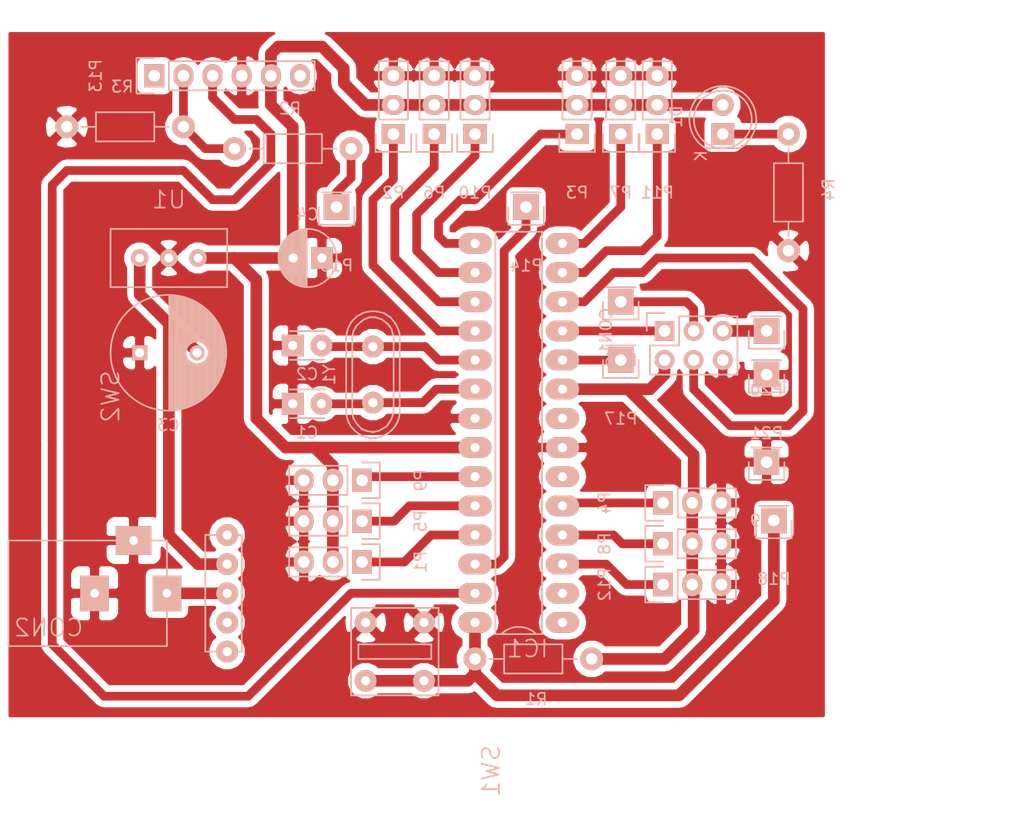
<source format=kicad_pcb>
(kicad_pcb (version 4) (host pcbnew "(2015-07-07 BZR 5906)-product")

  (general
    (links 84)
    (no_connects 7)
    (area 0 0 0 0)
    (thickness 1.6)
    (drawings 2)
    (tracks 183)
    (zones 0)
    (modules 37)
    (nets 34)
  )

  (page A4)
  (layers
    (0 F.Cu signal)
    (31 B.Cu signal)
    (32 B.Adhes user)
    (33 F.Adhes user)
    (34 B.Paste user)
    (35 F.Paste user)
    (36 B.SilkS user)
    (37 F.SilkS user)
    (38 B.Mask user)
    (39 F.Mask user)
    (40 Dwgs.User user)
    (41 Cmts.User user)
    (42 Eco1.User user)
    (43 Eco2.User user)
    (44 Edge.Cuts user)
    (45 Margin user)
    (46 B.CrtYd user)
    (47 F.CrtYd user)
    (48 B.Fab user)
    (49 F.Fab user)
  )

  (setup
    (last_trace_width 0.762)
    (trace_clearance 0.5842)
    (zone_clearance 0.52)
    (zone_45_only no)
    (trace_min 0.2)
    (segment_width 0.2)
    (edge_width 0.1)
    (via_size 0.6)
    (via_drill 0.4)
    (via_min_size 0.4)
    (via_min_drill 0.3)
    (uvia_size 0.3)
    (uvia_drill 0.1)
    (uvias_allowed no)
    (uvia_min_size 0)
    (uvia_min_drill 0)
    (pcb_text_width 0.3)
    (pcb_text_size 1.5 1.5)
    (mod_edge_width 0.15)
    (mod_text_size 1 1)
    (mod_text_width 0.15)
    (pad_size 1.9 1.9)
    (pad_drill 0.8)
    (pad_to_mask_clearance 0)
    (aux_axis_origin 0 0)
    (visible_elements FFFFFF1F)
    (pcbplotparams
      (layerselection 0x00030_80000001)
      (usegerberextensions false)
      (excludeedgelayer true)
      (linewidth 0.100000)
      (plotframeref false)
      (viasonmask false)
      (mode 1)
      (useauxorigin false)
      (hpglpennumber 1)
      (hpglpenspeed 20)
      (hpglpendiameter 15)
      (hpglpenoverlay 2)
      (psnegative false)
      (psa4output false)
      (plotreference true)
      (plotvalue true)
      (plotinvisibletext false)
      (padsonsilk false)
      (subtractmaskfromsilk false)
      (outputformat 1)
      (mirror false)
      (drillshape 1)
      (scaleselection 1)
      (outputdirectory ""))
  )

  (net 0 "")
  (net 1 GND)
  (net 2 "Net-(C1-Pad2)")
  (net 3 "Net-(C2-Pad2)")
  (net 4 "Net-(C3-Pad2)")
  (net 5 VCC)
  (net 6 MISO)
  (net 7 SCK)
  (net 8 MOSI)
  (net 9 RST)
  (net 10 BTX)
  (net 11 BRX)
  (net 12 S1)
  (net 13 S2)
  (net 14 S3)
  (net 15 S4)
  (net 16 S5)
  (net 17 S6)
  (net 18 S7)
  (net 19 S8)
  (net 20 S9)
  (net 21 "Net-(IC1-Pad21)")
  (net 22 "Net-(IC1-Pad23)")
  (net 23 S10)
  (net 24 S11)
  (net 25 S12)
  (net 26 "Net-(IC1-Pad27)")
  (net 27 "Net-(IC1-Pad28)")
  (net 28 "Net-(P13-Pad1)")
  (net 29 "Net-(P13-Pad2)")
  (net 30 "Net-(P13-Pad6)")
  (net 31 "Net-(CON2-Pad1)")
  (net 32 "Net-(SW2-Pad3)")
  (net 33 "Net-(D1-Pad1)")

  (net_class Default "This is the default net class."
    (clearance 0.5842)
    (trace_width 0.762)
    (via_dia 0.6)
    (via_drill 0.4)
    (uvia_dia 0.3)
    (uvia_drill 0.1)
    (add_net BRX)
    (add_net BTX)
    (add_net MISO)
    (add_net MOSI)
    (add_net "Net-(C1-Pad2)")
    (add_net "Net-(C2-Pad2)")
    (add_net "Net-(D1-Pad1)")
    (add_net "Net-(IC1-Pad21)")
    (add_net "Net-(IC1-Pad23)")
    (add_net "Net-(IC1-Pad27)")
    (add_net "Net-(IC1-Pad28)")
    (add_net "Net-(P13-Pad1)")
    (add_net "Net-(P13-Pad2)")
    (add_net "Net-(P13-Pad6)")
    (add_net "Net-(SW2-Pad3)")
    (add_net S1)
    (add_net S10)
    (add_net S11)
    (add_net S12)
    (add_net S2)
    (add_net S3)
    (add_net S4)
    (add_net S5)
    (add_net S6)
    (add_net S7)
    (add_net S8)
    (add_net S9)
    (add_net SCK)
  )

  (net_class POWER ""
    (clearance 0.5842)
    (trace_width 1.016)
    (via_dia 0.6)
    (via_drill 0.4)
    (uvia_dia 0.3)
    (uvia_drill 0.1)
    (add_net GND)
    (add_net "Net-(C3-Pad2)")
    (add_net "Net-(CON2-Pad1)")
    (add_net RST)
    (add_net VCC)
  )

  (module Capacitors_ThroughHole:C_Disc_D3_P2.5 (layer B.Cu) (tedit 55F981A7) (tstamp 55F982B6)
    (at 98.425 69.215)
    (descr "Capacitor 3mm Disc, Pitch 2.5mm")
    (tags Capacitor)
    (path /55F9917D)
    (fp_text reference C1 (at 1.25 2.5) (layer B.SilkS)
      (effects (font (size 1 1) (thickness 0.15)) (justify mirror))
    )
    (fp_text value 22pF (at 1.25 -2.5) (layer B.Fab)
      (effects (font (size 1 1) (thickness 0.15)) (justify mirror))
    )
    (fp_line (start -0.9 1.5) (end 3.4 1.5) (layer B.CrtYd) (width 0.05))
    (fp_line (start 3.4 1.5) (end 3.4 -1.5) (layer B.CrtYd) (width 0.05))
    (fp_line (start 3.4 -1.5) (end -0.9 -1.5) (layer B.CrtYd) (width 0.05))
    (fp_line (start -0.9 -1.5) (end -0.9 1.5) (layer B.CrtYd) (width 0.05))
    (fp_line (start -0.25 1.25) (end 2.75 1.25) (layer B.SilkS) (width 0.15))
    (fp_line (start 2.75 -1.25) (end -0.25 -1.25) (layer B.SilkS) (width 0.15))
    (pad 1 thru_hole rect (at 0 0) (size 1.9 1.9) (drill 0.8) (layers *.Cu *.Mask B.SilkS)
      (net 1 GND))
    (pad 2 thru_hole circle (at 2.5 0) (size 1.9 1.9) (drill 0.8) (layers *.Cu *.Mask B.SilkS)
      (net 2 "Net-(C1-Pad2)"))
    (model Capacitors_ThroughHole.3dshapes/C_Disc_D3_P2.5.wrl
      (at (xyz 0.0492126 0 0))
      (scale (xyz 1 1 1))
      (rotate (xyz 0 0 0))
    )
  )

  (module Capacitors_ThroughHole:C_Disc_D3_P2.5 (layer B.Cu) (tedit 55F98199) (tstamp 55F982BC)
    (at 98.425 64.135)
    (descr "Capacitor 3mm Disc, Pitch 2.5mm")
    (tags Capacitor)
    (path /55F99278)
    (fp_text reference C2 (at 1.25 2.5) (layer B.SilkS)
      (effects (font (size 1 1) (thickness 0.15)) (justify mirror))
    )
    (fp_text value 22pF (at 1.25 -2.5) (layer B.Fab)
      (effects (font (size 1 1) (thickness 0.15)) (justify mirror))
    )
    (fp_line (start -0.9 1.5) (end 3.4 1.5) (layer B.CrtYd) (width 0.05))
    (fp_line (start 3.4 1.5) (end 3.4 -1.5) (layer B.CrtYd) (width 0.05))
    (fp_line (start 3.4 -1.5) (end -0.9 -1.5) (layer B.CrtYd) (width 0.05))
    (fp_line (start -0.9 -1.5) (end -0.9 1.5) (layer B.CrtYd) (width 0.05))
    (fp_line (start -0.25 1.25) (end 2.75 1.25) (layer B.SilkS) (width 0.15))
    (fp_line (start 2.75 -1.25) (end -0.25 -1.25) (layer B.SilkS) (width 0.15))
    (pad 1 thru_hole rect (at 0 0) (size 1.9 1.9) (drill 0.8) (layers *.Cu *.Mask B.SilkS)
      (net 1 GND))
    (pad 2 thru_hole circle (at 2.5 0) (size 1.9 1.9) (drill 0.8) (layers *.Cu *.Mask B.SilkS)
      (net 3 "Net-(C2-Pad2)"))
    (model Capacitors_ThroughHole.3dshapes/C_Disc_D3_P2.5.wrl
      (at (xyz 0.0492126 0 0))
      (scale (xyz 1 1 1))
      (rotate (xyz 0 0 0))
    )
  )

  (module Capacitors_ThroughHole:C_Radial_D10_L13_P5 (layer B.Cu) (tedit 0) (tstamp 55F982C2)
    (at 85.09 64.77)
    (descr "Radial Electrolytic Capacitor Diameter 10mm x Length 13mm, Pitch 5mm")
    (tags "Electrolytic Capacitor")
    (path /55F9A6BA)
    (fp_text reference C3 (at 2.5 6.3) (layer B.SilkS)
      (effects (font (size 1 1) (thickness 0.15)) (justify mirror))
    )
    (fp_text value 100nF (at 2.5 -6.3) (layer B.Fab)
      (effects (font (size 1 1) (thickness 0.15)) (justify mirror))
    )
    (fp_line (start 2.575 4.999) (end 2.575 -4.999) (layer B.SilkS) (width 0.15))
    (fp_line (start 2.715 4.995) (end 2.715 -4.995) (layer B.SilkS) (width 0.15))
    (fp_line (start 2.855 4.987) (end 2.855 -4.987) (layer B.SilkS) (width 0.15))
    (fp_line (start 2.995 4.975) (end 2.995 -4.975) (layer B.SilkS) (width 0.15))
    (fp_line (start 3.135 4.96) (end 3.135 -4.96) (layer B.SilkS) (width 0.15))
    (fp_line (start 3.275 4.94) (end 3.275 -4.94) (layer B.SilkS) (width 0.15))
    (fp_line (start 3.415 4.916) (end 3.415 -4.916) (layer B.SilkS) (width 0.15))
    (fp_line (start 3.555 4.887) (end 3.555 -4.887) (layer B.SilkS) (width 0.15))
    (fp_line (start 3.695 4.855) (end 3.695 -4.855) (layer B.SilkS) (width 0.15))
    (fp_line (start 3.835 4.818) (end 3.835 -4.818) (layer B.SilkS) (width 0.15))
    (fp_line (start 3.975 4.777) (end 3.975 -4.777) (layer B.SilkS) (width 0.15))
    (fp_line (start 4.115 4.732) (end 4.115 0.466) (layer B.SilkS) (width 0.15))
    (fp_line (start 4.115 -0.466) (end 4.115 -4.732) (layer B.SilkS) (width 0.15))
    (fp_line (start 4.255 4.682) (end 4.255 0.667) (layer B.SilkS) (width 0.15))
    (fp_line (start 4.255 -0.667) (end 4.255 -4.682) (layer B.SilkS) (width 0.15))
    (fp_line (start 4.395 4.627) (end 4.395 0.796) (layer B.SilkS) (width 0.15))
    (fp_line (start 4.395 -0.796) (end 4.395 -4.627) (layer B.SilkS) (width 0.15))
    (fp_line (start 4.535 4.567) (end 4.535 0.885) (layer B.SilkS) (width 0.15))
    (fp_line (start 4.535 -0.885) (end 4.535 -4.567) (layer B.SilkS) (width 0.15))
    (fp_line (start 4.675 4.502) (end 4.675 0.946) (layer B.SilkS) (width 0.15))
    (fp_line (start 4.675 -0.946) (end 4.675 -4.502) (layer B.SilkS) (width 0.15))
    (fp_line (start 4.815 4.432) (end 4.815 0.983) (layer B.SilkS) (width 0.15))
    (fp_line (start 4.815 -0.983) (end 4.815 -4.432) (layer B.SilkS) (width 0.15))
    (fp_line (start 4.955 4.356) (end 4.955 0.999) (layer B.SilkS) (width 0.15))
    (fp_line (start 4.955 -0.999) (end 4.955 -4.356) (layer B.SilkS) (width 0.15))
    (fp_line (start 5.095 4.274) (end 5.095 0.995) (layer B.SilkS) (width 0.15))
    (fp_line (start 5.095 -0.995) (end 5.095 -4.274) (layer B.SilkS) (width 0.15))
    (fp_line (start 5.235 4.186) (end 5.235 0.972) (layer B.SilkS) (width 0.15))
    (fp_line (start 5.235 -0.972) (end 5.235 -4.186) (layer B.SilkS) (width 0.15))
    (fp_line (start 5.375 4.091) (end 5.375 0.927) (layer B.SilkS) (width 0.15))
    (fp_line (start 5.375 -0.927) (end 5.375 -4.091) (layer B.SilkS) (width 0.15))
    (fp_line (start 5.515 3.989) (end 5.515 0.857) (layer B.SilkS) (width 0.15))
    (fp_line (start 5.515 -0.857) (end 5.515 -3.989) (layer B.SilkS) (width 0.15))
    (fp_line (start 5.655 3.879) (end 5.655 0.756) (layer B.SilkS) (width 0.15))
    (fp_line (start 5.655 -0.756) (end 5.655 -3.879) (layer B.SilkS) (width 0.15))
    (fp_line (start 5.795 3.761) (end 5.795 0.607) (layer B.SilkS) (width 0.15))
    (fp_line (start 5.795 -0.607) (end 5.795 -3.761) (layer B.SilkS) (width 0.15))
    (fp_line (start 5.935 3.633) (end 5.935 0.355) (layer B.SilkS) (width 0.15))
    (fp_line (start 5.935 -0.355) (end 5.935 -3.633) (layer B.SilkS) (width 0.15))
    (fp_line (start 6.075 3.496) (end 6.075 -3.496) (layer B.SilkS) (width 0.15))
    (fp_line (start 6.215 3.346) (end 6.215 -3.346) (layer B.SilkS) (width 0.15))
    (fp_line (start 6.355 3.184) (end 6.355 -3.184) (layer B.SilkS) (width 0.15))
    (fp_line (start 6.495 3.007) (end 6.495 -3.007) (layer B.SilkS) (width 0.15))
    (fp_line (start 6.635 2.811) (end 6.635 -2.811) (layer B.SilkS) (width 0.15))
    (fp_line (start 6.775 2.593) (end 6.775 -2.593) (layer B.SilkS) (width 0.15))
    (fp_line (start 6.915 2.347) (end 6.915 -2.347) (layer B.SilkS) (width 0.15))
    (fp_line (start 7.055 2.062) (end 7.055 -2.062) (layer B.SilkS) (width 0.15))
    (fp_line (start 7.195 1.72) (end 7.195 -1.72) (layer B.SilkS) (width 0.15))
    (fp_line (start 7.335 1.274) (end 7.335 -1.274) (layer B.SilkS) (width 0.15))
    (fp_line (start 7.475 0.499) (end 7.475 -0.499) (layer B.SilkS) (width 0.15))
    (fp_circle (center 5 0) (end 5 1) (layer B.SilkS) (width 0.15))
    (fp_circle (center 2.5 0) (end 2.5 5.0375) (layer B.SilkS) (width 0.15))
    (fp_circle (center 2.5 0) (end 2.5 5.3) (layer B.CrtYd) (width 0.05))
    (pad 1 thru_hole rect (at 0 0) (size 1.3 1.3) (drill 0.8) (layers *.Cu *.Mask B.SilkS)
      (net 1 GND))
    (pad 2 thru_hole circle (at 5 0) (size 1.3 1.3) (drill 0.8) (layers *.Cu *.Mask B.SilkS)
      (net 4 "Net-(C3-Pad2)"))
    (model Capacitors_ThroughHole.3dshapes/C_Radial_D10_L13_P5.wrl
      (at (xyz 0.0984252 0 0))
      (scale (xyz 1 1 1))
      (rotate (xyz 0 0 90))
    )
  )

  (module Capacitors_ThroughHole:C_Radial_D5_L6_P2.5 (layer B.Cu) (tedit 55F9920D) (tstamp 55F982C8)
    (at 100.965 56.515 180)
    (descr "Radial Electrolytic Capacitor Diameter 5mm x Length 6mm, Pitch 2.5mm")
    (tags "Electrolytic Capacitor")
    (path /55F9AD53)
    (fp_text reference C4 (at 1.25 3.8 180) (layer B.SilkS)
      (effects (font (size 1 1) (thickness 0.15)) (justify mirror))
    )
    (fp_text value 10nF (at 1.25 -3.8 180) (layer B.Fab)
      (effects (font (size 1 1) (thickness 0.15)) (justify mirror))
    )
    (fp_line (start 1.325 2.499) (end 1.325 -2.499) (layer B.SilkS) (width 0.15))
    (fp_line (start 1.465 2.491) (end 1.465 -2.491) (layer B.SilkS) (width 0.15))
    (fp_line (start 1.605 2.475) (end 1.605 0.095) (layer B.SilkS) (width 0.15))
    (fp_line (start 1.605 -0.095) (end 1.605 -2.475) (layer B.SilkS) (width 0.15))
    (fp_line (start 1.745 2.451) (end 1.745 0.49) (layer B.SilkS) (width 0.15))
    (fp_line (start 1.745 -0.49) (end 1.745 -2.451) (layer B.SilkS) (width 0.15))
    (fp_line (start 1.885 2.418) (end 1.885 0.657) (layer B.SilkS) (width 0.15))
    (fp_line (start 1.885 -0.657) (end 1.885 -2.418) (layer B.SilkS) (width 0.15))
    (fp_line (start 2.025 2.377) (end 2.025 0.764) (layer B.SilkS) (width 0.15))
    (fp_line (start 2.025 -0.764) (end 2.025 -2.377) (layer B.SilkS) (width 0.15))
    (fp_line (start 2.165 2.327) (end 2.165 0.835) (layer B.SilkS) (width 0.15))
    (fp_line (start 2.165 -0.835) (end 2.165 -2.327) (layer B.SilkS) (width 0.15))
    (fp_line (start 2.305 2.266) (end 2.305 0.879) (layer B.SilkS) (width 0.15))
    (fp_line (start 2.305 -0.879) (end 2.305 -2.266) (layer B.SilkS) (width 0.15))
    (fp_line (start 2.445 2.196) (end 2.445 0.898) (layer B.SilkS) (width 0.15))
    (fp_line (start 2.445 -0.898) (end 2.445 -2.196) (layer B.SilkS) (width 0.15))
    (fp_line (start 2.585 2.114) (end 2.585 0.896) (layer B.SilkS) (width 0.15))
    (fp_line (start 2.585 -0.896) (end 2.585 -2.114) (layer B.SilkS) (width 0.15))
    (fp_line (start 2.725 2.019) (end 2.725 0.871) (layer B.SilkS) (width 0.15))
    (fp_line (start 2.725 -0.871) (end 2.725 -2.019) (layer B.SilkS) (width 0.15))
    (fp_line (start 2.865 1.908) (end 2.865 0.823) (layer B.SilkS) (width 0.15))
    (fp_line (start 2.865 -0.823) (end 2.865 -1.908) (layer B.SilkS) (width 0.15))
    (fp_line (start 3.005 1.78) (end 3.005 0.745) (layer B.SilkS) (width 0.15))
    (fp_line (start 3.005 -0.745) (end 3.005 -1.78) (layer B.SilkS) (width 0.15))
    (fp_line (start 3.145 1.631) (end 3.145 0.628) (layer B.SilkS) (width 0.15))
    (fp_line (start 3.145 -0.628) (end 3.145 -1.631) (layer B.SilkS) (width 0.15))
    (fp_line (start 3.285 1.452) (end 3.285 0.44) (layer B.SilkS) (width 0.15))
    (fp_line (start 3.285 -0.44) (end 3.285 -1.452) (layer B.SilkS) (width 0.15))
    (fp_line (start 3.425 1.233) (end 3.425 -1.233) (layer B.SilkS) (width 0.15))
    (fp_line (start 3.565 0.944) (end 3.565 -0.944) (layer B.SilkS) (width 0.15))
    (fp_line (start 3.705 0.472) (end 3.705 -0.472) (layer B.SilkS) (width 0.15))
    (fp_circle (center 2.5 0) (end 2.5 0.9) (layer B.SilkS) (width 0.15))
    (fp_circle (center 1.25 0) (end 1.25 2.5375) (layer B.SilkS) (width 0.15))
    (fp_circle (center 1.25 0) (end 1.25 2.8) (layer B.CrtYd) (width 0.05))
    (pad 1 thru_hole rect (at 0 0 180) (size 1.9 1.9) (drill 0.8) (layers *.Cu *.Mask B.SilkS)
      (net 1 GND))
    (pad 2 thru_hole circle (at 2.5 0 180) (size 1.9 1.9) (drill 0.8) (layers *.Cu *.Mask B.SilkS)
      (net 5 VCC))
    (model Capacitors_ThroughHole.3dshapes/C_Radial_D5_L6_P2.5.wrl
      (at (xyz 0.0492126 0 0))
      (scale (xyz 1 1 1))
      (rotate (xyz 0 0 90))
    )
  )

  (module library:BARREL_JACK (layer B.Cu) (tedit 55CC60A8) (tstamp 55F982DF)
    (at 73.66 85.725)
    (path /55F99D4A)
    (fp_text reference CON2 (at 3.5 3) (layer B.SilkS)
      (effects (font (size 1.5 1.5) (thickness 0.15)) (justify mirror))
    )
    (fp_text value BARREL_JACK (at 6.8 6.1) (layer B.Fab)
      (effects (font (size 1.5 1.5) (thickness 0.15)) (justify mirror))
    )
    (fp_line (start 0 0) (end 0 -4.6) (layer B.SilkS) (width 0.15))
    (fp_line (start 0 -4.6) (end 13.8 -4.6) (layer B.SilkS) (width 0.15))
    (fp_line (start 13.8 -4.6) (end 13.8 0) (layer B.SilkS) (width 0.15))
    (fp_line (start 13.8 0) (end 13.8 4.6) (layer B.SilkS) (width 0.15))
    (fp_line (start 13.8 4.6) (end 0 4.6) (layer B.SilkS) (width 0.15))
    (fp_line (start 0 4.6) (end 0 0) (layer B.SilkS) (width 0.15))
    (pad 2 thru_hole rect (at 7.5 0) (size 2.5 3.1) (drill 0.762) (layers *.Cu *.Mask B.SilkS)
      (net 1 GND))
    (pad 3 thru_hole rect (at 10.9 -4.6) (size 3.1 2.5) (drill 0.762) (layers *.Cu *.Mask B.SilkS)
      (net 1 GND))
    (pad 1 thru_hole rect (at 13.8 0) (size 2.5 3.1) (drill 0.762) (layers *.Cu *.Mask B.SilkS)
      (net 31 "Net-(CON2-Pad1)"))
  )

  (module library:ATMEGA328P-PU (layer B.Cu) (tedit 55F97EE6) (tstamp 55F98306)
    (at 114.3 88.265)
    (path /55F95AA5)
    (fp_text reference IC1 (at 4.572 2.286) (layer B.SilkS)
      (effects (font (size 1.5 1.5) (thickness 0.15)) (justify mirror))
    )
    (fp_text value ATMEGA328-P (at 4.064 -17.018 270) (layer B.Fab)
      (effects (font (size 1.5 1.5) (thickness 0.15)) (justify mirror))
    )
    (fp_arc (start 3.81 2.54) (end 5.334 1.016) (angle -90) (layer B.SilkS) (width 0.15))
    (fp_line (start 1.778 1.016) (end 5.842 1.016) (layer B.SilkS) (width 0.15))
    (fp_line (start 1.778 1.016) (end 1.778 -33.782) (layer B.SilkS) (width 0.15))
    (fp_line (start 1.778 -33.782) (end 1.778 -34.036) (layer B.SilkS) (width 0.15))
    (fp_line (start 1.778 -34.036) (end 5.842 -34.036) (layer B.SilkS) (width 0.15))
    (fp_line (start 5.842 -34.036) (end 5.842 -3.556) (layer B.SilkS) (width 0.15))
    (fp_line (start 5.842 -3.556) (end 5.842 1.016) (layer B.SilkS) (width 0.15))
    (pad 1 thru_hole oval (at 0 0) (size 2.9 1.8) (drill 0.8) (layers *.Cu *.Mask B.SilkS)
      (net 9 RST))
    (pad 2 thru_hole oval (at 0 -2.54) (size 2.9 1.8) (drill 0.8) (layers *.Cu *.Mask B.SilkS)
      (net 10 BTX))
    (pad 3 thru_hole oval (at 0 -5.08) (size 2.9 1.8) (drill 0.8) (layers *.Cu *.Mask B.SilkS)
      (net 11 BRX))
    (pad 4 thru_hole oval (at 0 -7.62) (size 2.9 1.8) (drill 0.8) (layers *.Cu *.Mask B.SilkS)
      (net 12 S1))
    (pad 5 thru_hole oval (at 0 -10.16) (size 2.9 1.8) (drill 0.8) (layers *.Cu *.Mask B.SilkS)
      (net 13 S2))
    (pad 6 thru_hole oval (at 0 -12.7) (size 2.9 1.8) (drill 0.8) (layers *.Cu *.Mask B.SilkS)
      (net 14 S3))
    (pad 7 thru_hole oval (at 0 -15.24) (size 2.9 1.8) (drill 0.8) (layers *.Cu *.Mask B.SilkS)
      (net 5 VCC))
    (pad 8 thru_hole oval (at 0 -17.78) (size 2.9 1.8) (drill 0.8) (layers *.Cu *.Mask B.SilkS)
      (net 1 GND))
    (pad 9 thru_hole oval (at 0 -20.32) (size 2.9 1.8) (drill 0.8) (layers *.Cu *.Mask B.SilkS)
      (net 2 "Net-(C1-Pad2)"))
    (pad 10 thru_hole oval (at 0 -22.86) (size 2.9 1.8) (drill 0.8) (layers *.Cu *.Mask B.SilkS)
      (net 3 "Net-(C2-Pad2)"))
    (pad 11 thru_hole oval (at 0 -25.4) (size 2.9 1.8) (drill 0.8) (layers *.Cu *.Mask B.SilkS)
      (net 15 S4))
    (pad 12 thru_hole oval (at 0 -27.94) (size 2.9 1.8) (drill 0.8) (layers *.Cu *.Mask B.SilkS)
      (net 16 S5))
    (pad 13 thru_hole oval (at 0 -30.48) (size 2.9 1.8) (drill 0.8) (layers *.Cu *.Mask B.SilkS)
      (net 17 S6))
    (pad 14 thru_hole oval (at 0 -33.02) (size 2.9 1.8) (drill 0.8) (layers *.Cu *.Mask B.SilkS)
      (net 18 S7))
    (pad 15 thru_hole oval (at 7.62 -33.02) (size 2.9 1.8) (drill 0.8) (layers *.Cu *.Mask B.SilkS)
      (net 19 S8))
    (pad 16 thru_hole oval (at 7.62 -30.48) (size 2.9 1.8) (drill 0.8) (layers *.Cu *.Mask B.SilkS)
      (net 20 S9))
    (pad 17 thru_hole oval (at 7.62 -27.94) (size 2.9 1.8) (drill 0.8) (layers *.Cu *.Mask B.SilkS)
      (net 8 MOSI))
    (pad 18 thru_hole oval (at 7.62 -25.4) (size 2.9 1.8) (drill 0.8) (layers *.Cu *.Mask B.SilkS)
      (net 6 MISO))
    (pad 19 thru_hole oval (at 7.62 -22.86) (size 2.9 1.8) (drill 0.8) (layers *.Cu *.Mask B.SilkS)
      (net 7 SCK))
    (pad 20 thru_hole oval (at 7.62 -20.32) (size 2.9 1.8) (drill 0.8) (layers *.Cu *.Mask B.SilkS)
      (net 5 VCC))
    (pad 21 thru_hole oval (at 7.62 -17.78) (size 2.9 1.8) (drill 0.8) (layers *.Cu *.Mask B.SilkS)
      (net 21 "Net-(IC1-Pad21)"))
    (pad 22 thru_hole oval (at 7.62 -15.24) (size 2.9 1.8) (drill 0.8) (layers *.Cu *.Mask B.SilkS)
      (net 1 GND))
    (pad 23 thru_hole oval (at 7.62 -12.7) (size 2.9 1.8) (drill 0.8) (layers *.Cu *.Mask B.SilkS)
      (net 22 "Net-(IC1-Pad23)"))
    (pad 24 thru_hole oval (at 7.62 -10.16) (size 2.9 1.8) (drill 0.8) (layers *.Cu *.Mask B.SilkS)
      (net 23 S10))
    (pad 25 thru_hole oval (at 7.62 -7.62) (size 2.9 1.8) (drill 0.8) (layers *.Cu *.Mask B.SilkS)
      (net 24 S11))
    (pad 26 thru_hole oval (at 7.62 -5.08) (size 2.9 1.8) (drill 0.8) (layers *.Cu *.Mask B.SilkS)
      (net 25 S12))
    (pad 27 thru_hole oval (at 7.62 -2.54) (size 2.9 1.8) (drill 0.8) (layers *.Cu *.Mask B.SilkS)
      (net 26 "Net-(IC1-Pad27)"))
    (pad 28 thru_hole oval (at 7.62 0) (size 2.9 1.8) (drill 0.8) (layers *.Cu *.Mask B.SilkS)
      (net 27 "Net-(IC1-Pad28)"))
  )

  (module Resistors_ThroughHole:Resistor_Horizontal_RM10mm (layer B.Cu) (tedit 53F56209) (tstamp 55F9836A)
    (at 119.38 91.44)
    (descr "Resistor, Axial,  RM 10mm, 1/3W,")
    (tags "Resistor, Axial, RM 10mm, 1/3W,")
    (path /55F95FFC)
    (fp_text reference R1 (at 0.24892 3.50012) (layer B.SilkS)
      (effects (font (size 1 1) (thickness 0.15)) (justify mirror))
    )
    (fp_text value 10K (at 3.81 -3.81) (layer B.Fab)
      (effects (font (size 1 1) (thickness 0.15)) (justify mirror))
    )
    (fp_line (start -2.54 1.27) (end 2.54 1.27) (layer B.SilkS) (width 0.15))
    (fp_line (start 2.54 1.27) (end 2.54 -1.27) (layer B.SilkS) (width 0.15))
    (fp_line (start 2.54 -1.27) (end -2.54 -1.27) (layer B.SilkS) (width 0.15))
    (fp_line (start -2.54 -1.27) (end -2.54 1.27) (layer B.SilkS) (width 0.15))
    (fp_line (start -2.54 0) (end -3.81 0) (layer B.SilkS) (width 0.15))
    (fp_line (start 2.54 0) (end 3.81 0) (layer B.SilkS) (width 0.15))
    (pad 1 thru_hole circle (at -5.08 0) (size 1.99898 1.99898) (drill 1.00076) (layers *.Cu *.SilkS *.Mask)
      (net 9 RST))
    (pad 2 thru_hole circle (at 5.08 0) (size 1.99898 1.99898) (drill 1.00076) (layers *.Cu *.SilkS *.Mask)
      (net 5 VCC))
    (model Resistors_ThroughHole.3dshapes/Resistor_Horizontal_RM10mm.wrl
      (at (xyz 0 0 0))
      (scale (xyz 0.4 0.4 0.4))
      (rotate (xyz 0 0 0))
    )
  )

  (module Resistors_ThroughHole:Resistor_Horizontal_RM10mm (layer B.Cu) (tedit 53F56209) (tstamp 55F98370)
    (at 98.425 46.99 180)
    (descr "Resistor, Axial,  RM 10mm, 1/3W,")
    (tags "Resistor, Axial, RM 10mm, 1/3W,")
    (path /55F9D523)
    (fp_text reference R2 (at 0.24892 3.50012 180) (layer B.SilkS)
      (effects (font (size 1 1) (thickness 0.15)) (justify mirror))
    )
    (fp_text value 330 (at 3.81 -3.81 180) (layer B.Fab)
      (effects (font (size 1 1) (thickness 0.15)) (justify mirror))
    )
    (fp_line (start -2.54 1.27) (end 2.54 1.27) (layer B.SilkS) (width 0.15))
    (fp_line (start 2.54 1.27) (end 2.54 -1.27) (layer B.SilkS) (width 0.15))
    (fp_line (start 2.54 -1.27) (end -2.54 -1.27) (layer B.SilkS) (width 0.15))
    (fp_line (start -2.54 -1.27) (end -2.54 1.27) (layer B.SilkS) (width 0.15))
    (fp_line (start -2.54 0) (end -3.81 0) (layer B.SilkS) (width 0.15))
    (fp_line (start 2.54 0) (end 3.81 0) (layer B.SilkS) (width 0.15))
    (pad 1 thru_hole circle (at -5.08 0 180) (size 1.99898 1.99898) (drill 1.00076) (layers *.Cu *.SilkS *.Mask)
      (net 11 BRX))
    (pad 2 thru_hole circle (at 5.08 0 180) (size 1.99898 1.99898) (drill 1.00076) (layers *.Cu *.SilkS *.Mask)
      (net 29 "Net-(P13-Pad2)"))
    (model Resistors_ThroughHole.3dshapes/Resistor_Horizontal_RM10mm.wrl
      (at (xyz 0 0 0))
      (scale (xyz 0.4 0.4 0.4))
      (rotate (xyz 0 0 0))
    )
  )

  (module Resistors_ThroughHole:Resistor_Horizontal_RM10mm (layer B.Cu) (tedit 53F56209) (tstamp 55F98376)
    (at 83.82 45.085 180)
    (descr "Resistor, Axial,  RM 10mm, 1/3W,")
    (tags "Resistor, Axial, RM 10mm, 1/3W,")
    (path /55F9DB47)
    (fp_text reference R3 (at 0.24892 3.50012 180) (layer B.SilkS)
      (effects (font (size 1 1) (thickness 0.15)) (justify mirror))
    )
    (fp_text value 660 (at 3.81 -3.81 180) (layer B.Fab)
      (effects (font (size 1 1) (thickness 0.15)) (justify mirror))
    )
    (fp_line (start -2.54 1.27) (end 2.54 1.27) (layer B.SilkS) (width 0.15))
    (fp_line (start 2.54 1.27) (end 2.54 -1.27) (layer B.SilkS) (width 0.15))
    (fp_line (start 2.54 -1.27) (end -2.54 -1.27) (layer B.SilkS) (width 0.15))
    (fp_line (start -2.54 -1.27) (end -2.54 1.27) (layer B.SilkS) (width 0.15))
    (fp_line (start -2.54 0) (end -3.81 0) (layer B.SilkS) (width 0.15))
    (fp_line (start 2.54 0) (end 3.81 0) (layer B.SilkS) (width 0.15))
    (pad 1 thru_hole circle (at -5.08 0 180) (size 1.99898 1.99898) (drill 1.00076) (layers *.Cu *.SilkS *.Mask)
      (net 29 "Net-(P13-Pad2)"))
    (pad 2 thru_hole circle (at 5.08 0 180) (size 1.99898 1.99898) (drill 1.00076) (layers *.Cu *.SilkS *.Mask)
      (net 1 GND))
    (model Resistors_ThroughHole.3dshapes/Resistor_Horizontal_RM10mm.wrl
      (at (xyz 0 0 0))
      (scale (xyz 0.4 0.4 0.4))
      (rotate (xyz 0 0 0))
    )
  )

  (module library:SW_PUSH (layer B.Cu) (tedit 55F97F7F) (tstamp 55F98386)
    (at 109.855 93.345 90)
    (path /55F95F04)
    (fp_text reference SW1 (at -7.874 5.842 90) (layer B.SilkS)
      (effects (font (size 1.5 1.5) (thickness 0.15)) (justify mirror))
    )
    (fp_text value SW_PUSH (at 0.508 5.842 90) (layer B.Fab)
      (effects (font (size 1.5 1.5) (thickness 0.15)) (justify mirror))
    )
    (fp_line (start 1.905 0.635) (end 3.175 0.635) (layer B.SilkS) (width 0.15))
    (fp_line (start 3.175 0.635) (end 3.175 -5.715) (layer B.SilkS) (width 0.15))
    (fp_line (start 3.175 -5.715) (end 1.905 -5.715) (layer B.SilkS) (width 0.15))
    (fp_line (start 1.905 -5.715) (end 1.905 0.635) (layer B.SilkS) (width 0.15))
    (fp_line (start -1.27 1.27) (end 6.35 1.27) (layer B.SilkS) (width 0.15))
    (fp_line (start 6.35 1.27) (end 6.35 -6.35) (layer B.SilkS) (width 0.15))
    (fp_line (start 6.35 -6.35) (end -1.27 -6.35) (layer B.SilkS) (width 0.15))
    (fp_line (start -1.27 -6.35) (end -1.27 1.27) (layer B.SilkS) (width 0.15))
    (pad 1 thru_hole circle (at 0 0 90) (size 1.9 1.9) (drill 0.8) (layers *.Cu *.Mask B.SilkS)
      (net 9 RST))
    (pad 1 thru_hole circle (at 0 -5.08 90) (size 1.9 1.9) (drill 0.8) (layers *.Cu *.Mask B.SilkS)
      (net 9 RST))
    (pad 2 thru_hole circle (at 5.08 0 90) (size 1.9 1.9) (drill 0.8) (layers *.Cu *.Mask B.SilkS)
      (net 1 GND))
    (pad 2 thru_hole circle (at 5.08 -5.08 90) (size 1.9 1.9) (drill 0.8) (layers *.Cu *.Mask B.SilkS)
      (net 1 GND))
  )

  (module library:LM7805 (layer B.Cu) (tedit 55CC61A3) (tstamp 55F98392)
    (at 85.09 56.515)
    (path /55F99DFD)
    (fp_text reference U1 (at 2.54 -5.08) (layer B.SilkS)
      (effects (font (size 1.5 1.5) (thickness 0.15)) (justify mirror))
    )
    (fp_text value LM7805 (at 2.54 5.08) (layer B.Fab)
      (effects (font (size 1.5 1.5) (thickness 0.15)) (justify mirror))
    )
    (fp_line (start 7.62 -2.54) (end 7.62 2.54) (layer B.SilkS) (width 0.15))
    (fp_line (start 7.62 2.54) (end -2.54 2.54) (layer B.SilkS) (width 0.15))
    (fp_line (start -2.54 2.54) (end -2.54 -2.54) (layer B.SilkS) (width 0.15))
    (fp_line (start -2.54 -2.54) (end 0 -2.54) (layer B.SilkS) (width 0.15))
    (fp_line (start 0 -2.54) (end 7.62 -2.54) (layer B.SilkS) (width 0.15))
    (pad VI thru_hole circle (at 0 0) (size 1.524 1.524) (drill 0.762) (layers *.Cu *.Mask B.SilkS)
      (net 4 "Net-(C3-Pad2)"))
    (pad GND thru_hole circle (at 2.54 0) (size 1.524 1.524) (drill 0.762) (layers *.Cu *.Mask B.SilkS)
      (net 1 GND))
    (pad VO thru_hole circle (at 5.08 0) (size 1.524 1.524) (drill 0.762) (layers *.Cu *.Mask B.SilkS)
      (net 5 VCC))
  )

  (module Crystals:Crystal_HC49-U_Vertical (layer B.Cu) (tedit 55F981B6) (tstamp 55F98398)
    (at 105.41 66.675 270)
    (descr "Crystal, Quarz, HC49/U, vertical, stehend,")
    (tags "Crystal, Quarz, HC49/U, vertical, stehend,")
    (path /55F98E0B)
    (fp_text reference Y1 (at 0 3.81 270) (layer B.SilkS)
      (effects (font (size 1 1) (thickness 0.15)) (justify mirror))
    )
    (fp_text value 16MHz (at 0 -3.81 270) (layer B.Fab)
      (effects (font (size 1 1) (thickness 0.15)) (justify mirror))
    )
    (fp_line (start 4.699 1.00076) (end 4.89966 0.59944) (layer B.SilkS) (width 0.15))
    (fp_line (start 4.89966 0.59944) (end 5.00126 0) (layer B.SilkS) (width 0.15))
    (fp_line (start 5.00126 0) (end 4.89966 -0.50038) (layer B.SilkS) (width 0.15))
    (fp_line (start 4.89966 -0.50038) (end 4.50088 -1.19888) (layer B.SilkS) (width 0.15))
    (fp_line (start 4.50088 -1.19888) (end 3.8989 -1.6002) (layer B.SilkS) (width 0.15))
    (fp_line (start 3.8989 -1.6002) (end 3.29946 -1.80086) (layer B.SilkS) (width 0.15))
    (fp_line (start 3.29946 -1.80086) (end -3.29946 -1.80086) (layer B.SilkS) (width 0.15))
    (fp_line (start -3.29946 -1.80086) (end -4.0005 -1.6002) (layer B.SilkS) (width 0.15))
    (fp_line (start -4.0005 -1.6002) (end -4.39928 -1.30048) (layer B.SilkS) (width 0.15))
    (fp_line (start -4.39928 -1.30048) (end -4.8006 -0.8001) (layer B.SilkS) (width 0.15))
    (fp_line (start -4.8006 -0.8001) (end -5.00126 -0.20066) (layer B.SilkS) (width 0.15))
    (fp_line (start -5.00126 -0.20066) (end -5.00126 0.29972) (layer B.SilkS) (width 0.15))
    (fp_line (start -5.00126 0.29972) (end -4.8006 0.8001) (layer B.SilkS) (width 0.15))
    (fp_line (start -4.8006 0.8001) (end -4.30022 1.39954) (layer B.SilkS) (width 0.15))
    (fp_line (start -4.30022 1.39954) (end -3.79984 1.69926) (layer B.SilkS) (width 0.15))
    (fp_line (start -3.79984 1.69926) (end -3.29946 1.80086) (layer B.SilkS) (width 0.15))
    (fp_line (start -3.2004 1.80086) (end 3.40106 1.80086) (layer B.SilkS) (width 0.15))
    (fp_line (start 3.40106 1.80086) (end 3.79984 1.69926) (layer B.SilkS) (width 0.15))
    (fp_line (start 3.79984 1.69926) (end 4.30022 1.39954) (layer B.SilkS) (width 0.15))
    (fp_line (start 4.30022 1.39954) (end 4.8006 0.89916) (layer B.SilkS) (width 0.15))
    (fp_line (start -3.19024 2.32918) (end -3.64998 2.28092) (layer B.SilkS) (width 0.15))
    (fp_line (start -3.64998 2.28092) (end -4.04876 2.16916) (layer B.SilkS) (width 0.15))
    (fp_line (start -4.04876 2.16916) (end -4.48056 1.95072) (layer B.SilkS) (width 0.15))
    (fp_line (start -4.48056 1.95072) (end -4.77012 1.71958) (layer B.SilkS) (width 0.15))
    (fp_line (start -4.77012 1.71958) (end -5.10032 1.36906) (layer B.SilkS) (width 0.15))
    (fp_line (start -5.10032 1.36906) (end -5.38988 0.83058) (layer B.SilkS) (width 0.15))
    (fp_line (start -5.38988 0.83058) (end -5.51942 0.23114) (layer B.SilkS) (width 0.15))
    (fp_line (start -5.51942 0.23114) (end -5.51942 -0.2794) (layer B.SilkS) (width 0.15))
    (fp_line (start -5.51942 -0.2794) (end -5.34924 -0.98044) (layer B.SilkS) (width 0.15))
    (fp_line (start -5.34924 -0.98044) (end -4.95046 -1.56972) (layer B.SilkS) (width 0.15))
    (fp_line (start -4.95046 -1.56972) (end -4.49072 -1.94056) (layer B.SilkS) (width 0.15))
    (fp_line (start -4.49072 -1.94056) (end -4.06908 -2.14884) (layer B.SilkS) (width 0.15))
    (fp_line (start -4.06908 -2.14884) (end -3.6195 -2.30886) (layer B.SilkS) (width 0.15))
    (fp_line (start -3.6195 -2.30886) (end -3.18008 -2.33934) (layer B.SilkS) (width 0.15))
    (fp_line (start 4.16052 -2.1209) (end 4.53898 -1.89992) (layer B.SilkS) (width 0.15))
    (fp_line (start 4.53898 -1.89992) (end 4.85902 -1.62052) (layer B.SilkS) (width 0.15))
    (fp_line (start 4.85902 -1.62052) (end 5.11048 -1.29032) (layer B.SilkS) (width 0.15))
    (fp_line (start 5.11048 -1.29032) (end 5.4102 -0.73914) (layer B.SilkS) (width 0.15))
    (fp_line (start 5.4102 -0.73914) (end 5.51942 -0.26924) (layer B.SilkS) (width 0.15))
    (fp_line (start 5.51942 -0.26924) (end 5.53974 0.1905) (layer B.SilkS) (width 0.15))
    (fp_line (start 5.53974 0.1905) (end 5.45084 0.65024) (layer B.SilkS) (width 0.15))
    (fp_line (start 5.45084 0.65024) (end 5.26034 1.09982) (layer B.SilkS) (width 0.15))
    (fp_line (start 5.26034 1.09982) (end 4.89966 1.56972) (layer B.SilkS) (width 0.15))
    (fp_line (start 4.89966 1.56972) (end 4.54914 1.88976) (layer B.SilkS) (width 0.15))
    (fp_line (start 4.54914 1.88976) (end 4.16052 2.1209) (layer B.SilkS) (width 0.15))
    (fp_line (start 4.16052 2.1209) (end 3.73126 2.2606) (layer B.SilkS) (width 0.15))
    (fp_line (start 3.73126 2.2606) (end 3.2893 2.32918) (layer B.SilkS) (width 0.15))
    (fp_line (start -3.2004 -2.32918) (end 3.2512 -2.32918) (layer B.SilkS) (width 0.15))
    (fp_line (start 3.2512 -2.32918) (end 3.6703 -2.29108) (layer B.SilkS) (width 0.15))
    (fp_line (start 3.6703 -2.29108) (end 4.16052 -2.1209) (layer B.SilkS) (width 0.15))
    (fp_line (start -3.2004 2.32918) (end 3.2512 2.32918) (layer B.SilkS) (width 0.15))
    (pad 1 thru_hole circle (at -2.44094 0 270) (size 1.9 1.9) (drill 0.8) (layers *.Cu *.Mask B.SilkS)
      (net 3 "Net-(C2-Pad2)"))
    (pad 2 thru_hole circle (at 2.44094 0 270) (size 1.9 1.9) (drill 0.8) (layers *.Cu *.Mask B.SilkS)
      (net 2 "Net-(C1-Pad2)"))
  )

  (module Pin_Headers:Pin_Header_Straight_2x03 (layer B.Cu) (tedit 54EA0A4B) (tstamp 55F98534)
    (at 130.81 62.865 270)
    (descr "Through hole pin header")
    (tags "pin header")
    (path /55F95A1F)
    (fp_text reference CON1 (at 0 5.1 270) (layer B.SilkS)
      (effects (font (size 1 1) (thickness 0.15)) (justify mirror))
    )
    (fp_text value AVR-ISP-6 (at 0 3.1 270) (layer B.Fab)
      (effects (font (size 1 1) (thickness 0.15)) (justify mirror))
    )
    (fp_line (start -1.27 -1.27) (end -1.27 -6.35) (layer B.SilkS) (width 0.15))
    (fp_line (start -1.55 1.55) (end 0 1.55) (layer B.SilkS) (width 0.15))
    (fp_line (start -1.75 1.75) (end -1.75 -6.85) (layer B.CrtYd) (width 0.05))
    (fp_line (start 4.3 1.75) (end 4.3 -6.85) (layer B.CrtYd) (width 0.05))
    (fp_line (start -1.75 1.75) (end 4.3 1.75) (layer B.CrtYd) (width 0.05))
    (fp_line (start -1.75 -6.85) (end 4.3 -6.85) (layer B.CrtYd) (width 0.05))
    (fp_line (start 1.27 1.27) (end 1.27 -1.27) (layer B.SilkS) (width 0.15))
    (fp_line (start 1.27 -1.27) (end -1.27 -1.27) (layer B.SilkS) (width 0.15))
    (fp_line (start -1.27 -6.35) (end 3.81 -6.35) (layer B.SilkS) (width 0.15))
    (fp_line (start 3.81 -6.35) (end 3.81 -1.27) (layer B.SilkS) (width 0.15))
    (fp_line (start -1.55 1.55) (end -1.55 0) (layer B.SilkS) (width 0.15))
    (fp_line (start 3.81 1.27) (end 1.27 1.27) (layer B.SilkS) (width 0.15))
    (fp_line (start 3.81 -1.27) (end 3.81 1.27) (layer B.SilkS) (width 0.15))
    (pad 1 thru_hole rect (at 0 0 270) (size 1.7272 1.7272) (drill 1.016) (layers *.Cu *.Mask B.SilkS)
      (net 6 MISO))
    (pad 2 thru_hole oval (at 2.54 0 270) (size 1.7272 1.7272) (drill 1.016) (layers *.Cu *.Mask B.SilkS)
      (net 5 VCC))
    (pad 3 thru_hole oval (at 0 -2.54 270) (size 1.7272 1.7272) (drill 1.016) (layers *.Cu *.Mask B.SilkS)
      (net 7 SCK))
    (pad 4 thru_hole oval (at 2.54 -2.54 270) (size 1.7272 1.7272) (drill 1.016) (layers *.Cu *.Mask B.SilkS)
      (net 8 MOSI))
    (pad 5 thru_hole oval (at 0 -5.08 270) (size 1.7272 1.7272) (drill 1.016) (layers *.Cu *.Mask B.SilkS)
      (net 9 RST))
    (pad 6 thru_hole oval (at 2.54 -5.08 270) (size 1.7272 1.7272) (drill 1.016) (layers *.Cu *.Mask B.SilkS)
      (net 1 GND))
    (model Pin_Headers.3dshapes/Pin_Header_Straight_2x03.wrl
      (at (xyz 0.05 -0.1 0))
      (scale (xyz 1 1 1))
      (rotate (xyz 0 0 90))
    )
  )

  (module Pin_Headers:Pin_Header_Straight_1x03 (layer B.Cu) (tedit 0) (tstamp 55F9853D)
    (at 104.4575 82.9945 90)
    (descr "Through hole pin header")
    (tags "pin header")
    (path /55F96558)
    (fp_text reference P1 (at 0 5.1 90) (layer B.SilkS)
      (effects (font (size 1 1) (thickness 0.15)) (justify mirror))
    )
    (fp_text value SERVO_HEADER (at 0 3.1 90) (layer B.Fab)
      (effects (font (size 1 1) (thickness 0.15)) (justify mirror))
    )
    (fp_line (start -1.75 1.75) (end -1.75 -6.85) (layer B.CrtYd) (width 0.05))
    (fp_line (start 1.75 1.75) (end 1.75 -6.85) (layer B.CrtYd) (width 0.05))
    (fp_line (start -1.75 1.75) (end 1.75 1.75) (layer B.CrtYd) (width 0.05))
    (fp_line (start -1.75 -6.85) (end 1.75 -6.85) (layer B.CrtYd) (width 0.05))
    (fp_line (start -1.27 -1.27) (end -1.27 -6.35) (layer B.SilkS) (width 0.15))
    (fp_line (start -1.27 -6.35) (end 1.27 -6.35) (layer B.SilkS) (width 0.15))
    (fp_line (start 1.27 -6.35) (end 1.27 -1.27) (layer B.SilkS) (width 0.15))
    (fp_line (start 1.55 1.55) (end 1.55 0) (layer B.SilkS) (width 0.15))
    (fp_line (start 1.27 -1.27) (end -1.27 -1.27) (layer B.SilkS) (width 0.15))
    (fp_line (start -1.55 0) (end -1.55 1.55) (layer B.SilkS) (width 0.15))
    (fp_line (start -1.55 1.55) (end 1.55 1.55) (layer B.SilkS) (width 0.15))
    (pad 1 thru_hole rect (at 0 0 90) (size 2.032 1.7272) (drill 1.016) (layers *.Cu *.Mask B.SilkS)
      (net 12 S1))
    (pad 2 thru_hole oval (at 0 -2.54 90) (size 2.032 1.7272) (drill 1.016) (layers *.Cu *.Mask B.SilkS)
      (net 5 VCC))
    (pad 3 thru_hole oval (at 0 -5.08 90) (size 2.032 1.7272) (drill 1.016) (layers *.Cu *.Mask B.SilkS)
      (net 1 GND))
    (model Pin_Headers.3dshapes/Pin_Header_Straight_1x03.wrl
      (at (xyz 0 -0.1 0))
      (scale (xyz 1 1 1))
      (rotate (xyz 0 0 90))
    )
  )

  (module Pin_Headers:Pin_Header_Straight_1x03 (layer B.Cu) (tedit 0) (tstamp 55F98543)
    (at 107.188 45.72)
    (descr "Through hole pin header")
    (tags "pin header")
    (path /55F96B41)
    (fp_text reference P2 (at 0 5.1) (layer B.SilkS)
      (effects (font (size 1 1) (thickness 0.15)) (justify mirror))
    )
    (fp_text value SERVO_HEADER (at 0 3.1) (layer B.Fab)
      (effects (font (size 1 1) (thickness 0.15)) (justify mirror))
    )
    (fp_line (start -1.75 1.75) (end -1.75 -6.85) (layer B.CrtYd) (width 0.05))
    (fp_line (start 1.75 1.75) (end 1.75 -6.85) (layer B.CrtYd) (width 0.05))
    (fp_line (start -1.75 1.75) (end 1.75 1.75) (layer B.CrtYd) (width 0.05))
    (fp_line (start -1.75 -6.85) (end 1.75 -6.85) (layer B.CrtYd) (width 0.05))
    (fp_line (start -1.27 -1.27) (end -1.27 -6.35) (layer B.SilkS) (width 0.15))
    (fp_line (start -1.27 -6.35) (end 1.27 -6.35) (layer B.SilkS) (width 0.15))
    (fp_line (start 1.27 -6.35) (end 1.27 -1.27) (layer B.SilkS) (width 0.15))
    (fp_line (start 1.55 1.55) (end 1.55 0) (layer B.SilkS) (width 0.15))
    (fp_line (start 1.27 -1.27) (end -1.27 -1.27) (layer B.SilkS) (width 0.15))
    (fp_line (start -1.55 0) (end -1.55 1.55) (layer B.SilkS) (width 0.15))
    (fp_line (start -1.55 1.55) (end 1.55 1.55) (layer B.SilkS) (width 0.15))
    (pad 1 thru_hole rect (at 0 0) (size 2.032 1.7272) (drill 1.016) (layers *.Cu *.Mask B.SilkS)
      (net 15 S4))
    (pad 2 thru_hole oval (at 0 -2.54) (size 2.032 1.7272) (drill 1.016) (layers *.Cu *.Mask B.SilkS)
      (net 5 VCC))
    (pad 3 thru_hole oval (at 0 -5.08) (size 2.032 1.7272) (drill 1.016) (layers *.Cu *.Mask B.SilkS)
      (net 1 GND))
    (model Pin_Headers.3dshapes/Pin_Header_Straight_1x03.wrl
      (at (xyz 0 -0.1 0))
      (scale (xyz 1 1 1))
      (rotate (xyz 0 0 90))
    )
  )

  (module Pin_Headers:Pin_Header_Straight_1x03 (layer B.Cu) (tedit 0) (tstamp 55F98549)
    (at 123.19 45.72)
    (descr "Through hole pin header")
    (tags "pin header")
    (path /55F9706B)
    (fp_text reference P3 (at 0 5.1) (layer B.SilkS)
      (effects (font (size 1 1) (thickness 0.15)) (justify mirror))
    )
    (fp_text value SERVO_HEADER (at 0 3.1) (layer B.Fab)
      (effects (font (size 1 1) (thickness 0.15)) (justify mirror))
    )
    (fp_line (start -1.75 1.75) (end -1.75 -6.85) (layer B.CrtYd) (width 0.05))
    (fp_line (start 1.75 1.75) (end 1.75 -6.85) (layer B.CrtYd) (width 0.05))
    (fp_line (start -1.75 1.75) (end 1.75 1.75) (layer B.CrtYd) (width 0.05))
    (fp_line (start -1.75 -6.85) (end 1.75 -6.85) (layer B.CrtYd) (width 0.05))
    (fp_line (start -1.27 -1.27) (end -1.27 -6.35) (layer B.SilkS) (width 0.15))
    (fp_line (start -1.27 -6.35) (end 1.27 -6.35) (layer B.SilkS) (width 0.15))
    (fp_line (start 1.27 -6.35) (end 1.27 -1.27) (layer B.SilkS) (width 0.15))
    (fp_line (start 1.55 1.55) (end 1.55 0) (layer B.SilkS) (width 0.15))
    (fp_line (start 1.27 -1.27) (end -1.27 -1.27) (layer B.SilkS) (width 0.15))
    (fp_line (start -1.55 0) (end -1.55 1.55) (layer B.SilkS) (width 0.15))
    (fp_line (start -1.55 1.55) (end 1.55 1.55) (layer B.SilkS) (width 0.15))
    (pad 1 thru_hole rect (at 0 0) (size 2.032 1.7272) (drill 1.016) (layers *.Cu *.Mask B.SilkS)
      (net 18 S7))
    (pad 2 thru_hole oval (at 0 -2.54) (size 2.032 1.7272) (drill 1.016) (layers *.Cu *.Mask B.SilkS)
      (net 5 VCC))
    (pad 3 thru_hole oval (at 0 -5.08) (size 2.032 1.7272) (drill 1.016) (layers *.Cu *.Mask B.SilkS)
      (net 1 GND))
    (model Pin_Headers.3dshapes/Pin_Header_Straight_1x03.wrl
      (at (xyz 0 -0.1 0))
      (scale (xyz 1 1 1))
      (rotate (xyz 0 0 90))
    )
  )

  (module Pin_Headers:Pin_Header_Straight_1x03 (layer B.Cu) (tedit 0) (tstamp 55F9854F)
    (at 130.683 77.851 270)
    (descr "Through hole pin header")
    (tags "pin header")
    (path /55F9708F)
    (fp_text reference P4 (at 0 5.1 270) (layer B.SilkS)
      (effects (font (size 1 1) (thickness 0.15)) (justify mirror))
    )
    (fp_text value SERVO_HEADER (at 0 3.1 270) (layer B.Fab)
      (effects (font (size 1 1) (thickness 0.15)) (justify mirror))
    )
    (fp_line (start -1.75 1.75) (end -1.75 -6.85) (layer B.CrtYd) (width 0.05))
    (fp_line (start 1.75 1.75) (end 1.75 -6.85) (layer B.CrtYd) (width 0.05))
    (fp_line (start -1.75 1.75) (end 1.75 1.75) (layer B.CrtYd) (width 0.05))
    (fp_line (start -1.75 -6.85) (end 1.75 -6.85) (layer B.CrtYd) (width 0.05))
    (fp_line (start -1.27 -1.27) (end -1.27 -6.35) (layer B.SilkS) (width 0.15))
    (fp_line (start -1.27 -6.35) (end 1.27 -6.35) (layer B.SilkS) (width 0.15))
    (fp_line (start 1.27 -6.35) (end 1.27 -1.27) (layer B.SilkS) (width 0.15))
    (fp_line (start 1.55 1.55) (end 1.55 0) (layer B.SilkS) (width 0.15))
    (fp_line (start 1.27 -1.27) (end -1.27 -1.27) (layer B.SilkS) (width 0.15))
    (fp_line (start -1.55 0) (end -1.55 1.55) (layer B.SilkS) (width 0.15))
    (fp_line (start -1.55 1.55) (end 1.55 1.55) (layer B.SilkS) (width 0.15))
    (pad 1 thru_hole rect (at 0 0 270) (size 2.032 1.7272) (drill 1.016) (layers *.Cu *.Mask B.SilkS)
      (net 23 S10))
    (pad 2 thru_hole oval (at 0 -2.54 270) (size 2.032 1.7272) (drill 1.016) (layers *.Cu *.Mask B.SilkS)
      (net 5 VCC))
    (pad 3 thru_hole oval (at 0 -5.08 270) (size 2.032 1.7272) (drill 1.016) (layers *.Cu *.Mask B.SilkS)
      (net 1 GND))
    (model Pin_Headers.3dshapes/Pin_Header_Straight_1x03.wrl
      (at (xyz 0 -0.1 0))
      (scale (xyz 1 1 1))
      (rotate (xyz 0 0 90))
    )
  )

  (module Pin_Headers:Pin_Header_Straight_1x03 (layer B.Cu) (tedit 0) (tstamp 55F98555)
    (at 104.4575 79.4385 90)
    (descr "Through hole pin header")
    (tags "pin header")
    (path /55F9688A)
    (fp_text reference P5 (at 0 5.1 90) (layer B.SilkS)
      (effects (font (size 1 1) (thickness 0.15)) (justify mirror))
    )
    (fp_text value SERVO_HEADER (at 0 3.1 90) (layer B.Fab)
      (effects (font (size 1 1) (thickness 0.15)) (justify mirror))
    )
    (fp_line (start -1.75 1.75) (end -1.75 -6.85) (layer B.CrtYd) (width 0.05))
    (fp_line (start 1.75 1.75) (end 1.75 -6.85) (layer B.CrtYd) (width 0.05))
    (fp_line (start -1.75 1.75) (end 1.75 1.75) (layer B.CrtYd) (width 0.05))
    (fp_line (start -1.75 -6.85) (end 1.75 -6.85) (layer B.CrtYd) (width 0.05))
    (fp_line (start -1.27 -1.27) (end -1.27 -6.35) (layer B.SilkS) (width 0.15))
    (fp_line (start -1.27 -6.35) (end 1.27 -6.35) (layer B.SilkS) (width 0.15))
    (fp_line (start 1.27 -6.35) (end 1.27 -1.27) (layer B.SilkS) (width 0.15))
    (fp_line (start 1.55 1.55) (end 1.55 0) (layer B.SilkS) (width 0.15))
    (fp_line (start 1.27 -1.27) (end -1.27 -1.27) (layer B.SilkS) (width 0.15))
    (fp_line (start -1.55 0) (end -1.55 1.55) (layer B.SilkS) (width 0.15))
    (fp_line (start -1.55 1.55) (end 1.55 1.55) (layer B.SilkS) (width 0.15))
    (pad 1 thru_hole rect (at 0 0 90) (size 2.032 1.7272) (drill 1.016) (layers *.Cu *.Mask B.SilkS)
      (net 13 S2))
    (pad 2 thru_hole oval (at 0 -2.54 90) (size 2.032 1.7272) (drill 1.016) (layers *.Cu *.Mask B.SilkS)
      (net 5 VCC))
    (pad 3 thru_hole oval (at 0 -5.08 90) (size 2.032 1.7272) (drill 1.016) (layers *.Cu *.Mask B.SilkS)
      (net 1 GND))
    (model Pin_Headers.3dshapes/Pin_Header_Straight_1x03.wrl
      (at (xyz 0 -0.1 0))
      (scale (xyz 1 1 1))
      (rotate (xyz 0 0 90))
    )
  )

  (module Pin_Headers:Pin_Header_Straight_1x03 (layer B.Cu) (tedit 0) (tstamp 55F9855B)
    (at 110.744 45.72)
    (descr "Through hole pin header")
    (tags "pin header")
    (path /55F96B4D)
    (fp_text reference P6 (at 0 5.1) (layer B.SilkS)
      (effects (font (size 1 1) (thickness 0.15)) (justify mirror))
    )
    (fp_text value SERVO_HEADER (at 0 3.1) (layer B.Fab)
      (effects (font (size 1 1) (thickness 0.15)) (justify mirror))
    )
    (fp_line (start -1.75 1.75) (end -1.75 -6.85) (layer B.CrtYd) (width 0.05))
    (fp_line (start 1.75 1.75) (end 1.75 -6.85) (layer B.CrtYd) (width 0.05))
    (fp_line (start -1.75 1.75) (end 1.75 1.75) (layer B.CrtYd) (width 0.05))
    (fp_line (start -1.75 -6.85) (end 1.75 -6.85) (layer B.CrtYd) (width 0.05))
    (fp_line (start -1.27 -1.27) (end -1.27 -6.35) (layer B.SilkS) (width 0.15))
    (fp_line (start -1.27 -6.35) (end 1.27 -6.35) (layer B.SilkS) (width 0.15))
    (fp_line (start 1.27 -6.35) (end 1.27 -1.27) (layer B.SilkS) (width 0.15))
    (fp_line (start 1.55 1.55) (end 1.55 0) (layer B.SilkS) (width 0.15))
    (fp_line (start 1.27 -1.27) (end -1.27 -1.27) (layer B.SilkS) (width 0.15))
    (fp_line (start -1.55 0) (end -1.55 1.55) (layer B.SilkS) (width 0.15))
    (fp_line (start -1.55 1.55) (end 1.55 1.55) (layer B.SilkS) (width 0.15))
    (pad 1 thru_hole rect (at 0 0) (size 2.032 1.7272) (drill 1.016) (layers *.Cu *.Mask B.SilkS)
      (net 16 S5))
    (pad 2 thru_hole oval (at 0 -2.54) (size 2.032 1.7272) (drill 1.016) (layers *.Cu *.Mask B.SilkS)
      (net 5 VCC))
    (pad 3 thru_hole oval (at 0 -5.08) (size 2.032 1.7272) (drill 1.016) (layers *.Cu *.Mask B.SilkS)
      (net 1 GND))
    (model Pin_Headers.3dshapes/Pin_Header_Straight_1x03.wrl
      (at (xyz 0 -0.1 0))
      (scale (xyz 1 1 1))
      (rotate (xyz 0 0 90))
    )
  )

  (module Pin_Headers:Pin_Header_Straight_1x03 (layer B.Cu) (tedit 0) (tstamp 55F98561)
    (at 127 45.72)
    (descr "Through hole pin header")
    (tags "pin header")
    (path /55F97077)
    (fp_text reference P7 (at 0 5.1) (layer B.SilkS)
      (effects (font (size 1 1) (thickness 0.15)) (justify mirror))
    )
    (fp_text value SERVO_HEADER (at 0 3.1) (layer B.Fab)
      (effects (font (size 1 1) (thickness 0.15)) (justify mirror))
    )
    (fp_line (start -1.75 1.75) (end -1.75 -6.85) (layer B.CrtYd) (width 0.05))
    (fp_line (start 1.75 1.75) (end 1.75 -6.85) (layer B.CrtYd) (width 0.05))
    (fp_line (start -1.75 1.75) (end 1.75 1.75) (layer B.CrtYd) (width 0.05))
    (fp_line (start -1.75 -6.85) (end 1.75 -6.85) (layer B.CrtYd) (width 0.05))
    (fp_line (start -1.27 -1.27) (end -1.27 -6.35) (layer B.SilkS) (width 0.15))
    (fp_line (start -1.27 -6.35) (end 1.27 -6.35) (layer B.SilkS) (width 0.15))
    (fp_line (start 1.27 -6.35) (end 1.27 -1.27) (layer B.SilkS) (width 0.15))
    (fp_line (start 1.55 1.55) (end 1.55 0) (layer B.SilkS) (width 0.15))
    (fp_line (start 1.27 -1.27) (end -1.27 -1.27) (layer B.SilkS) (width 0.15))
    (fp_line (start -1.55 0) (end -1.55 1.55) (layer B.SilkS) (width 0.15))
    (fp_line (start -1.55 1.55) (end 1.55 1.55) (layer B.SilkS) (width 0.15))
    (pad 1 thru_hole rect (at 0 0) (size 2.032 1.7272) (drill 1.016) (layers *.Cu *.Mask B.SilkS)
      (net 19 S8))
    (pad 2 thru_hole oval (at 0 -2.54) (size 2.032 1.7272) (drill 1.016) (layers *.Cu *.Mask B.SilkS)
      (net 5 VCC))
    (pad 3 thru_hole oval (at 0 -5.08) (size 2.032 1.7272) (drill 1.016) (layers *.Cu *.Mask B.SilkS)
      (net 1 GND))
    (model Pin_Headers.3dshapes/Pin_Header_Straight_1x03.wrl
      (at (xyz 0 -0.1 0))
      (scale (xyz 1 1 1))
      (rotate (xyz 0 0 90))
    )
  )

  (module Pin_Headers:Pin_Header_Straight_1x03 (layer B.Cu) (tedit 0) (tstamp 55F98567)
    (at 130.683 81.407 270)
    (descr "Through hole pin header")
    (tags "pin header")
    (path /55F9709B)
    (fp_text reference P8 (at 0 5.1 270) (layer B.SilkS)
      (effects (font (size 1 1) (thickness 0.15)) (justify mirror))
    )
    (fp_text value SERVO_HEADER (at 0 3.1 270) (layer B.Fab)
      (effects (font (size 1 1) (thickness 0.15)) (justify mirror))
    )
    (fp_line (start -1.75 1.75) (end -1.75 -6.85) (layer B.CrtYd) (width 0.05))
    (fp_line (start 1.75 1.75) (end 1.75 -6.85) (layer B.CrtYd) (width 0.05))
    (fp_line (start -1.75 1.75) (end 1.75 1.75) (layer B.CrtYd) (width 0.05))
    (fp_line (start -1.75 -6.85) (end 1.75 -6.85) (layer B.CrtYd) (width 0.05))
    (fp_line (start -1.27 -1.27) (end -1.27 -6.35) (layer B.SilkS) (width 0.15))
    (fp_line (start -1.27 -6.35) (end 1.27 -6.35) (layer B.SilkS) (width 0.15))
    (fp_line (start 1.27 -6.35) (end 1.27 -1.27) (layer B.SilkS) (width 0.15))
    (fp_line (start 1.55 1.55) (end 1.55 0) (layer B.SilkS) (width 0.15))
    (fp_line (start 1.27 -1.27) (end -1.27 -1.27) (layer B.SilkS) (width 0.15))
    (fp_line (start -1.55 0) (end -1.55 1.55) (layer B.SilkS) (width 0.15))
    (fp_line (start -1.55 1.55) (end 1.55 1.55) (layer B.SilkS) (width 0.15))
    (pad 1 thru_hole rect (at 0 0 270) (size 2.032 1.7272) (drill 1.016) (layers *.Cu *.Mask B.SilkS)
      (net 24 S11))
    (pad 2 thru_hole oval (at 0 -2.54 270) (size 2.032 1.7272) (drill 1.016) (layers *.Cu *.Mask B.SilkS)
      (net 5 VCC))
    (pad 3 thru_hole oval (at 0 -5.08 270) (size 2.032 1.7272) (drill 1.016) (layers *.Cu *.Mask B.SilkS)
      (net 1 GND))
    (model Pin_Headers.3dshapes/Pin_Header_Straight_1x03.wrl
      (at (xyz 0 -0.1 0))
      (scale (xyz 1 1 1))
      (rotate (xyz 0 0 90))
    )
  )

  (module Pin_Headers:Pin_Header_Straight_1x03 (layer B.Cu) (tedit 0) (tstamp 55F9856D)
    (at 104.4575 75.8825 90)
    (descr "Through hole pin header")
    (tags "pin header")
    (path /55F96966)
    (fp_text reference P9 (at 0 5.1 90) (layer B.SilkS)
      (effects (font (size 1 1) (thickness 0.15)) (justify mirror))
    )
    (fp_text value SERVO_HEADER (at 0 3.1 90) (layer B.Fab)
      (effects (font (size 1 1) (thickness 0.15)) (justify mirror))
    )
    (fp_line (start -1.75 1.75) (end -1.75 -6.85) (layer B.CrtYd) (width 0.05))
    (fp_line (start 1.75 1.75) (end 1.75 -6.85) (layer B.CrtYd) (width 0.05))
    (fp_line (start -1.75 1.75) (end 1.75 1.75) (layer B.CrtYd) (width 0.05))
    (fp_line (start -1.75 -6.85) (end 1.75 -6.85) (layer B.CrtYd) (width 0.05))
    (fp_line (start -1.27 -1.27) (end -1.27 -6.35) (layer B.SilkS) (width 0.15))
    (fp_line (start -1.27 -6.35) (end 1.27 -6.35) (layer B.SilkS) (width 0.15))
    (fp_line (start 1.27 -6.35) (end 1.27 -1.27) (layer B.SilkS) (width 0.15))
    (fp_line (start 1.55 1.55) (end 1.55 0) (layer B.SilkS) (width 0.15))
    (fp_line (start 1.27 -1.27) (end -1.27 -1.27) (layer B.SilkS) (width 0.15))
    (fp_line (start -1.55 0) (end -1.55 1.55) (layer B.SilkS) (width 0.15))
    (fp_line (start -1.55 1.55) (end 1.55 1.55) (layer B.SilkS) (width 0.15))
    (pad 1 thru_hole rect (at 0 0 90) (size 2.032 1.7272) (drill 1.016) (layers *.Cu *.Mask B.SilkS)
      (net 14 S3))
    (pad 2 thru_hole oval (at 0 -2.54 90) (size 2.032 1.7272) (drill 1.016) (layers *.Cu *.Mask B.SilkS)
      (net 5 VCC))
    (pad 3 thru_hole oval (at 0 -5.08 90) (size 2.032 1.7272) (drill 1.016) (layers *.Cu *.Mask B.SilkS)
      (net 1 GND))
    (model Pin_Headers.3dshapes/Pin_Header_Straight_1x03.wrl
      (at (xyz 0 -0.1 0))
      (scale (xyz 1 1 1))
      (rotate (xyz 0 0 90))
    )
  )

  (module Pin_Headers:Pin_Header_Straight_1x03 (layer B.Cu) (tedit 0) (tstamp 55F98573)
    (at 114.3 45.72)
    (descr "Through hole pin header")
    (tags "pin header")
    (path /55F96B59)
    (fp_text reference P10 (at 0 5.1) (layer B.SilkS)
      (effects (font (size 1 1) (thickness 0.15)) (justify mirror))
    )
    (fp_text value SERVO_HEADER (at 0 3.1) (layer B.Fab)
      (effects (font (size 1 1) (thickness 0.15)) (justify mirror))
    )
    (fp_line (start -1.75 1.75) (end -1.75 -6.85) (layer B.CrtYd) (width 0.05))
    (fp_line (start 1.75 1.75) (end 1.75 -6.85) (layer B.CrtYd) (width 0.05))
    (fp_line (start -1.75 1.75) (end 1.75 1.75) (layer B.CrtYd) (width 0.05))
    (fp_line (start -1.75 -6.85) (end 1.75 -6.85) (layer B.CrtYd) (width 0.05))
    (fp_line (start -1.27 -1.27) (end -1.27 -6.35) (layer B.SilkS) (width 0.15))
    (fp_line (start -1.27 -6.35) (end 1.27 -6.35) (layer B.SilkS) (width 0.15))
    (fp_line (start 1.27 -6.35) (end 1.27 -1.27) (layer B.SilkS) (width 0.15))
    (fp_line (start 1.55 1.55) (end 1.55 0) (layer B.SilkS) (width 0.15))
    (fp_line (start 1.27 -1.27) (end -1.27 -1.27) (layer B.SilkS) (width 0.15))
    (fp_line (start -1.55 0) (end -1.55 1.55) (layer B.SilkS) (width 0.15))
    (fp_line (start -1.55 1.55) (end 1.55 1.55) (layer B.SilkS) (width 0.15))
    (pad 1 thru_hole rect (at 0 0) (size 2.032 1.7272) (drill 1.016) (layers *.Cu *.Mask B.SilkS)
      (net 17 S6))
    (pad 2 thru_hole oval (at 0 -2.54) (size 2.032 1.7272) (drill 1.016) (layers *.Cu *.Mask B.SilkS)
      (net 5 VCC))
    (pad 3 thru_hole oval (at 0 -5.08) (size 2.032 1.7272) (drill 1.016) (layers *.Cu *.Mask B.SilkS)
      (net 1 GND))
    (model Pin_Headers.3dshapes/Pin_Header_Straight_1x03.wrl
      (at (xyz 0 -0.1 0))
      (scale (xyz 1 1 1))
      (rotate (xyz 0 0 90))
    )
  )

  (module Pin_Headers:Pin_Header_Straight_1x03 (layer B.Cu) (tedit 0) (tstamp 55F98579)
    (at 130.175 45.72)
    (descr "Through hole pin header")
    (tags "pin header")
    (path /55F97083)
    (fp_text reference P11 (at 0 5.1) (layer B.SilkS)
      (effects (font (size 1 1) (thickness 0.15)) (justify mirror))
    )
    (fp_text value SERVO_HEADER (at 0 3.1) (layer B.Fab)
      (effects (font (size 1 1) (thickness 0.15)) (justify mirror))
    )
    (fp_line (start -1.75 1.75) (end -1.75 -6.85) (layer B.CrtYd) (width 0.05))
    (fp_line (start 1.75 1.75) (end 1.75 -6.85) (layer B.CrtYd) (width 0.05))
    (fp_line (start -1.75 1.75) (end 1.75 1.75) (layer B.CrtYd) (width 0.05))
    (fp_line (start -1.75 -6.85) (end 1.75 -6.85) (layer B.CrtYd) (width 0.05))
    (fp_line (start -1.27 -1.27) (end -1.27 -6.35) (layer B.SilkS) (width 0.15))
    (fp_line (start -1.27 -6.35) (end 1.27 -6.35) (layer B.SilkS) (width 0.15))
    (fp_line (start 1.27 -6.35) (end 1.27 -1.27) (layer B.SilkS) (width 0.15))
    (fp_line (start 1.55 1.55) (end 1.55 0) (layer B.SilkS) (width 0.15))
    (fp_line (start 1.27 -1.27) (end -1.27 -1.27) (layer B.SilkS) (width 0.15))
    (fp_line (start -1.55 0) (end -1.55 1.55) (layer B.SilkS) (width 0.15))
    (fp_line (start -1.55 1.55) (end 1.55 1.55) (layer B.SilkS) (width 0.15))
    (pad 1 thru_hole rect (at 0 0) (size 2.032 1.7272) (drill 1.016) (layers *.Cu *.Mask B.SilkS)
      (net 20 S9))
    (pad 2 thru_hole oval (at 0 -2.54) (size 2.032 1.7272) (drill 1.016) (layers *.Cu *.Mask B.SilkS)
      (net 5 VCC))
    (pad 3 thru_hole oval (at 0 -5.08) (size 2.032 1.7272) (drill 1.016) (layers *.Cu *.Mask B.SilkS)
      (net 1 GND))
    (model Pin_Headers.3dshapes/Pin_Header_Straight_1x03.wrl
      (at (xyz 0 -0.1 0))
      (scale (xyz 1 1 1))
      (rotate (xyz 0 0 90))
    )
  )

  (module Pin_Headers:Pin_Header_Straight_1x03 (layer B.Cu) (tedit 0) (tstamp 55F9857F)
    (at 130.683 84.963 270)
    (descr "Through hole pin header")
    (tags "pin header")
    (path /55F970A7)
    (fp_text reference P12 (at 0 5.1 270) (layer B.SilkS)
      (effects (font (size 1 1) (thickness 0.15)) (justify mirror))
    )
    (fp_text value SERVO_HEADER (at 0 3.1 270) (layer B.Fab)
      (effects (font (size 1 1) (thickness 0.15)) (justify mirror))
    )
    (fp_line (start -1.75 1.75) (end -1.75 -6.85) (layer B.CrtYd) (width 0.05))
    (fp_line (start 1.75 1.75) (end 1.75 -6.85) (layer B.CrtYd) (width 0.05))
    (fp_line (start -1.75 1.75) (end 1.75 1.75) (layer B.CrtYd) (width 0.05))
    (fp_line (start -1.75 -6.85) (end 1.75 -6.85) (layer B.CrtYd) (width 0.05))
    (fp_line (start -1.27 -1.27) (end -1.27 -6.35) (layer B.SilkS) (width 0.15))
    (fp_line (start -1.27 -6.35) (end 1.27 -6.35) (layer B.SilkS) (width 0.15))
    (fp_line (start 1.27 -6.35) (end 1.27 -1.27) (layer B.SilkS) (width 0.15))
    (fp_line (start 1.55 1.55) (end 1.55 0) (layer B.SilkS) (width 0.15))
    (fp_line (start 1.27 -1.27) (end -1.27 -1.27) (layer B.SilkS) (width 0.15))
    (fp_line (start -1.55 0) (end -1.55 1.55) (layer B.SilkS) (width 0.15))
    (fp_line (start -1.55 1.55) (end 1.55 1.55) (layer B.SilkS) (width 0.15))
    (pad 1 thru_hole rect (at 0 0 270) (size 2.032 1.7272) (drill 1.016) (layers *.Cu *.Mask B.SilkS)
      (net 25 S12))
    (pad 2 thru_hole oval (at 0 -2.54 270) (size 2.032 1.7272) (drill 1.016) (layers *.Cu *.Mask B.SilkS)
      (net 5 VCC))
    (pad 3 thru_hole oval (at 0 -5.08 270) (size 2.032 1.7272) (drill 1.016) (layers *.Cu *.Mask B.SilkS)
      (net 1 GND))
    (model Pin_Headers.3dshapes/Pin_Header_Straight_1x03.wrl
      (at (xyz 0 -0.1 0))
      (scale (xyz 1 1 1))
      (rotate (xyz 0 0 90))
    )
  )

  (module Pin_Headers:Pin_Header_Straight_1x06 (layer B.Cu) (tedit 0) (tstamp 55F98585)
    (at 86.36 40.64 270)
    (descr "Through hole pin header")
    (tags "pin header")
    (path /55F9C036)
    (fp_text reference P13 (at 0 5.1 270) (layer B.SilkS)
      (effects (font (size 1 1) (thickness 0.15)) (justify mirror))
    )
    (fp_text value Bluetooth_header (at 0 3.1 270) (layer B.Fab)
      (effects (font (size 1 1) (thickness 0.15)) (justify mirror))
    )
    (fp_line (start -1.75 1.75) (end -1.75 -14.45) (layer B.CrtYd) (width 0.05))
    (fp_line (start 1.75 1.75) (end 1.75 -14.45) (layer B.CrtYd) (width 0.05))
    (fp_line (start -1.75 1.75) (end 1.75 1.75) (layer B.CrtYd) (width 0.05))
    (fp_line (start -1.75 -14.45) (end 1.75 -14.45) (layer B.CrtYd) (width 0.05))
    (fp_line (start 1.27 -1.27) (end 1.27 -13.97) (layer B.SilkS) (width 0.15))
    (fp_line (start 1.27 -13.97) (end -1.27 -13.97) (layer B.SilkS) (width 0.15))
    (fp_line (start -1.27 -13.97) (end -1.27 -1.27) (layer B.SilkS) (width 0.15))
    (fp_line (start 1.55 1.55) (end 1.55 0) (layer B.SilkS) (width 0.15))
    (fp_line (start 1.27 -1.27) (end -1.27 -1.27) (layer B.SilkS) (width 0.15))
    (fp_line (start -1.55 0) (end -1.55 1.55) (layer B.SilkS) (width 0.15))
    (fp_line (start -1.55 1.55) (end 1.55 1.55) (layer B.SilkS) (width 0.15))
    (pad 1 thru_hole rect (at 0 0 270) (size 2.032 1.7272) (drill 1.016) (layers *.Cu *.Mask B.SilkS)
      (net 28 "Net-(P13-Pad1)"))
    (pad 2 thru_hole oval (at 0 -2.54 270) (size 2.032 1.7272) (drill 1.016) (layers *.Cu *.Mask B.SilkS)
      (net 29 "Net-(P13-Pad2)"))
    (pad 3 thru_hole oval (at 0 -5.08 270) (size 2.032 1.7272) (drill 1.016) (layers *.Cu *.Mask B.SilkS)
      (net 10 BTX))
    (pad 4 thru_hole oval (at 0 -7.62 270) (size 2.032 1.7272) (drill 1.016) (layers *.Cu *.Mask B.SilkS)
      (net 1 GND))
    (pad 5 thru_hole oval (at 0 -10.16 270) (size 2.032 1.7272) (drill 1.016) (layers *.Cu *.Mask B.SilkS)
      (net 5 VCC))
    (pad 6 thru_hole oval (at 0 -12.7 270) (size 2.032 1.7272) (drill 1.016) (layers *.Cu *.Mask B.SilkS)
      (net 30 "Net-(P13-Pad6)"))
    (model Pin_Headers.3dshapes/Pin_Header_Straight_1x06.wrl
      (at (xyz 0 -0.25 0))
      (scale (xyz 1 1 1))
      (rotate (xyz 0 0 90))
    )
  )

  (module library:SWITCH_INVERTER (layer B.Cu) (tedit 55F98A2E) (tstamp 55F98C64)
    (at 92.71 83.185 270)
    (path /55FA1051)
    (fp_text reference SW2 (at -14.605 10.16 270) (layer B.SilkS)
      (effects (font (size 1.5 1.5) (thickness 0.15)) (justify mirror))
    )
    (fp_text value SWITCH_INV (at 0 9.525 270) (layer B.Fab)
      (effects (font (size 1.5 1.5) (thickness 0.15)) (justify mirror))
    )
    (fp_line (start -2.54 1.905) (end -2.54 -1.27) (layer B.SilkS) (width 0.15))
    (fp_line (start -2.54 -1.27) (end 7.62 -1.27) (layer B.SilkS) (width 0.15))
    (fp_line (start 7.62 -1.27) (end 7.62 1.905) (layer B.SilkS) (width 0.15))
    (fp_line (start 7.62 1.905) (end -2.54 1.905) (layer B.SilkS) (width 0.15))
    (pad 1 thru_hole circle (at 0 0 270) (size 1.9 1.9) (drill 0.8) (layers *.Cu *.Mask B.SilkS)
      (net 4 "Net-(C3-Pad2)"))
    (pad 2 thru_hole circle (at 2.54 0 270) (size 1.9 1.9) (drill 0.8) (layers *.Cu *.Mask B.SilkS)
      (net 31 "Net-(CON2-Pad1)"))
    (pad 3 thru_hole circle (at 5.08 0 270) (size 1.9 1.9) (drill 0.8) (layers *.Cu *.Mask B.SilkS)
      (net 32 "Net-(SW2-Pad3)"))
    (pad "" np_thru_hole circle (at -2.54 0 270) (size 1.9 1.9) (drill 0.8) (layers *.Cu *.Mask B.SilkS))
    (pad "" np_thru_hole circle (at 7.62 0 270) (size 1.9 1.9) (drill 0.8) (layers *.Cu *.Mask B.SilkS))
  )

  (module LEDs:LED-5MM (layer B.Cu) (tedit 5570F7EA) (tstamp 55F9944B)
    (at 135.89 45.72 90)
    (descr "LED 5mm round vertical")
    (tags "LED 5mm round vertical")
    (path /55FA299E)
    (fp_text reference D1 (at 1.524 -4.064 90) (layer B.SilkS)
      (effects (font (size 1 1) (thickness 0.15)) (justify mirror))
    )
    (fp_text value LED (at 1.524 3.937 90) (layer B.Fab)
      (effects (font (size 1 1) (thickness 0.15)) (justify mirror))
    )
    (fp_line (start -1.5 1.55) (end -1.5 -1.55) (layer B.CrtYd) (width 0.05))
    (fp_arc (start 1.3 0) (end -1.5 -1.55) (angle 302) (layer B.CrtYd) (width 0.05))
    (fp_arc (start 1.27 0) (end -1.23 1.5) (angle -297.5) (layer B.SilkS) (width 0.15))
    (fp_line (start -1.23 -1.5) (end -1.23 1.5) (layer B.SilkS) (width 0.15))
    (fp_circle (center 1.27 0) (end 0.97 2.5) (layer B.SilkS) (width 0.15))
    (fp_text user K (at -1.905 -1.905 90) (layer B.SilkS)
      (effects (font (size 1 1) (thickness 0.15)) (justify mirror))
    )
    (pad 1 thru_hole rect (at 0 0) (size 2 1.9) (drill 1.00076) (layers *.Cu *.Mask B.SilkS)
      (net 33 "Net-(D1-Pad1)"))
    (pad 2 thru_hole circle (at 2.54 0 90) (size 1.9 1.9) (drill 1.00076) (layers *.Cu *.Mask B.SilkS)
      (net 5 VCC))
    (model LEDs.3dshapes/LED-5MM.wrl
      (at (xyz 0.05 0 0))
      (scale (xyz 1 1 1))
      (rotate (xyz 0 0 90))
    )
  )

  (module Resistors_ThroughHole:Resistor_Horizontal_RM10mm (layer B.Cu) (tedit 53F56209) (tstamp 55F99451)
    (at 141.605 50.8 90)
    (descr "Resistor, Axial,  RM 10mm, 1/3W,")
    (tags "Resistor, Axial, RM 10mm, 1/3W,")
    (path /55FA2A05)
    (fp_text reference R4 (at 0.24892 3.50012 90) (layer B.SilkS)
      (effects (font (size 1 1) (thickness 0.15)) (justify mirror))
    )
    (fp_text value 330 (at 3.81 -3.81 90) (layer B.Fab)
      (effects (font (size 1 1) (thickness 0.15)) (justify mirror))
    )
    (fp_line (start -2.54 1.27) (end 2.54 1.27) (layer B.SilkS) (width 0.15))
    (fp_line (start 2.54 1.27) (end 2.54 -1.27) (layer B.SilkS) (width 0.15))
    (fp_line (start 2.54 -1.27) (end -2.54 -1.27) (layer B.SilkS) (width 0.15))
    (fp_line (start -2.54 -1.27) (end -2.54 1.27) (layer B.SilkS) (width 0.15))
    (fp_line (start -2.54 0) (end -3.81 0) (layer B.SilkS) (width 0.15))
    (fp_line (start 2.54 0) (end 3.81 0) (layer B.SilkS) (width 0.15))
    (pad 1 thru_hole circle (at -5.08 0 90) (size 1.99898 1.99898) (drill 1.00076) (layers *.Cu *.SilkS *.Mask)
      (net 1 GND))
    (pad 2 thru_hole circle (at 5.08 0 90) (size 1.99898 1.99898) (drill 1.00076) (layers *.Cu *.SilkS *.Mask)
      (net 33 "Net-(D1-Pad1)"))
    (model Resistors_ThroughHole.3dshapes/Resistor_Horizontal_RM10mm.wrl
      (at (xyz 0 0 0))
      (scale (xyz 0.4 0.4 0.4))
      (rotate (xyz 0 0 0))
    )
  )

  (module Pin_Headers:Pin_Header_Straight_1x01 (layer B.Cu) (tedit 54EA08DC) (tstamp 55F996AC)
    (at 118.745 52.07)
    (descr "Through hole pin header")
    (tags "pin header")
    (path /55FA3B38)
    (fp_text reference P14 (at 0 5.1) (layer B.SilkS)
      (effects (font (size 1 1) (thickness 0.15)) (justify mirror))
    )
    (fp_text value CONN_01X01 (at 0 3.1) (layer B.Fab)
      (effects (font (size 1 1) (thickness 0.15)) (justify mirror))
    )
    (fp_line (start 1.55 1.55) (end 1.55 0) (layer B.SilkS) (width 0.15))
    (fp_line (start -1.75 1.75) (end -1.75 -1.75) (layer B.CrtYd) (width 0.05))
    (fp_line (start 1.75 1.75) (end 1.75 -1.75) (layer B.CrtYd) (width 0.05))
    (fp_line (start -1.75 1.75) (end 1.75 1.75) (layer B.CrtYd) (width 0.05))
    (fp_line (start -1.75 -1.75) (end 1.75 -1.75) (layer B.CrtYd) (width 0.05))
    (fp_line (start -1.55 0) (end -1.55 1.55) (layer B.SilkS) (width 0.15))
    (fp_line (start -1.55 1.55) (end 1.55 1.55) (layer B.SilkS) (width 0.15))
    (fp_line (start -1.27 -1.27) (end 1.27 -1.27) (layer B.SilkS) (width 0.15))
    (pad 1 thru_hole rect (at 0 0) (size 2.2352 2.2352) (drill 1.016) (layers *.Cu *.Mask B.SilkS)
      (net 11 BRX))
    (model Pin_Headers.3dshapes/Pin_Header_Straight_1x01.wrl
      (at (xyz 0 0 0))
      (scale (xyz 1 1 1))
      (rotate (xyz 0 0 90))
    )
  )

  (module Pin_Headers:Pin_Header_Straight_1x01 (layer B.Cu) (tedit 54EA08DC) (tstamp 55F996B1)
    (at 127 60.325)
    (descr "Through hole pin header")
    (tags "pin header")
    (path /55FA4A91)
    (fp_text reference P15 (at 0 5.1) (layer B.SilkS)
      (effects (font (size 1 1) (thickness 0.15)) (justify mirror))
    )
    (fp_text value CONN_01X01 (at 0 3.1) (layer B.Fab)
      (effects (font (size 1 1) (thickness 0.15)) (justify mirror))
    )
    (fp_line (start 1.55 1.55) (end 1.55 0) (layer B.SilkS) (width 0.15))
    (fp_line (start -1.75 1.75) (end -1.75 -1.75) (layer B.CrtYd) (width 0.05))
    (fp_line (start 1.75 1.75) (end 1.75 -1.75) (layer B.CrtYd) (width 0.05))
    (fp_line (start -1.75 1.75) (end 1.75 1.75) (layer B.CrtYd) (width 0.05))
    (fp_line (start -1.75 -1.75) (end 1.75 -1.75) (layer B.CrtYd) (width 0.05))
    (fp_line (start -1.55 0) (end -1.55 1.55) (layer B.SilkS) (width 0.15))
    (fp_line (start -1.55 1.55) (end 1.55 1.55) (layer B.SilkS) (width 0.15))
    (fp_line (start -1.27 -1.27) (end 1.27 -1.27) (layer B.SilkS) (width 0.15))
    (pad 1 thru_hole rect (at 0 0) (size 2.2352 2.2352) (drill 1.016) (layers *.Cu *.Mask B.SilkS)
      (net 7 SCK))
    (model Pin_Headers.3dshapes/Pin_Header_Straight_1x01.wrl
      (at (xyz 0 0 0))
      (scale (xyz 1 1 1))
      (rotate (xyz 0 0 90))
    )
  )

  (module Pin_Headers:Pin_Header_Straight_1x01 (layer B.Cu) (tedit 54EA08DC) (tstamp 55F996B6)
    (at 102.235 52.07)
    (descr "Through hole pin header")
    (tags "pin header")
    (path /55FA3A15)
    (fp_text reference P16 (at 0 5.1) (layer B.SilkS)
      (effects (font (size 1 1) (thickness 0.15)) (justify mirror))
    )
    (fp_text value CONN_01X01 (at 0 3.1) (layer B.Fab)
      (effects (font (size 1 1) (thickness 0.15)) (justify mirror))
    )
    (fp_line (start 1.55 1.55) (end 1.55 0) (layer B.SilkS) (width 0.15))
    (fp_line (start -1.75 1.75) (end -1.75 -1.75) (layer B.CrtYd) (width 0.05))
    (fp_line (start 1.75 1.75) (end 1.75 -1.75) (layer B.CrtYd) (width 0.05))
    (fp_line (start -1.75 1.75) (end 1.75 1.75) (layer B.CrtYd) (width 0.05))
    (fp_line (start -1.75 -1.75) (end 1.75 -1.75) (layer B.CrtYd) (width 0.05))
    (fp_line (start -1.55 0) (end -1.55 1.55) (layer B.SilkS) (width 0.15))
    (fp_line (start -1.55 1.55) (end 1.55 1.55) (layer B.SilkS) (width 0.15))
    (fp_line (start -1.27 -1.27) (end 1.27 -1.27) (layer B.SilkS) (width 0.15))
    (pad 1 thru_hole rect (at 0 0) (size 2.2352 2.2352) (drill 1.016) (layers *.Cu *.Mask B.SilkS)
      (net 11 BRX))
    (model Pin_Headers.3dshapes/Pin_Header_Straight_1x01.wrl
      (at (xyz 0 0 0))
      (scale (xyz 1 1 1))
      (rotate (xyz 0 0 90))
    )
  )

  (module Pin_Headers:Pin_Header_Straight_1x01 (layer B.Cu) (tedit 54EA08DC) (tstamp 55F996BB)
    (at 127 65.405)
    (descr "Through hole pin header")
    (tags "pin header")
    (path /55FA4A8B)
    (fp_text reference P17 (at 0 5.1) (layer B.SilkS)
      (effects (font (size 1 1) (thickness 0.15)) (justify mirror))
    )
    (fp_text value CONN_01X01 (at 0 3.1) (layer B.Fab)
      (effects (font (size 1 1) (thickness 0.15)) (justify mirror))
    )
    (fp_line (start 1.55 1.55) (end 1.55 0) (layer B.SilkS) (width 0.15))
    (fp_line (start -1.75 1.75) (end -1.75 -1.75) (layer B.CrtYd) (width 0.05))
    (fp_line (start 1.75 1.75) (end 1.75 -1.75) (layer B.CrtYd) (width 0.05))
    (fp_line (start -1.75 1.75) (end 1.75 1.75) (layer B.CrtYd) (width 0.05))
    (fp_line (start -1.75 -1.75) (end 1.75 -1.75) (layer B.CrtYd) (width 0.05))
    (fp_line (start -1.55 0) (end -1.55 1.55) (layer B.SilkS) (width 0.15))
    (fp_line (start -1.55 1.55) (end 1.55 1.55) (layer B.SilkS) (width 0.15))
    (fp_line (start -1.27 -1.27) (end 1.27 -1.27) (layer B.SilkS) (width 0.15))
    (pad 1 thru_hole rect (at 0 0) (size 2.2352 2.2352) (drill 1.016) (layers *.Cu *.Mask B.SilkS)
      (net 7 SCK))
    (model Pin_Headers.3dshapes/Pin_Header_Straight_1x01.wrl
      (at (xyz 0 0 0))
      (scale (xyz 1 1 1))
      (rotate (xyz 0 0 90))
    )
  )

  (module Pin_Headers:Pin_Header_Straight_1x01 (layer B.Cu) (tedit 54EA08DC) (tstamp 55F996C0)
    (at 140.335 79.375)
    (descr "Through hole pin header")
    (tags "pin header")
    (path /55FA4B78)
    (fp_text reference P18 (at 0 5.1) (layer B.SilkS)
      (effects (font (size 1 1) (thickness 0.15)) (justify mirror))
    )
    (fp_text value CONN_01X01 (at 0 3.1) (layer B.Fab)
      (effects (font (size 1 1) (thickness 0.15)) (justify mirror))
    )
    (fp_line (start 1.55 1.55) (end 1.55 0) (layer B.SilkS) (width 0.15))
    (fp_line (start -1.75 1.75) (end -1.75 -1.75) (layer B.CrtYd) (width 0.05))
    (fp_line (start 1.75 1.75) (end 1.75 -1.75) (layer B.CrtYd) (width 0.05))
    (fp_line (start -1.75 1.75) (end 1.75 1.75) (layer B.CrtYd) (width 0.05))
    (fp_line (start -1.75 -1.75) (end 1.75 -1.75) (layer B.CrtYd) (width 0.05))
    (fp_line (start -1.55 0) (end -1.55 1.55) (layer B.SilkS) (width 0.15))
    (fp_line (start -1.55 1.55) (end 1.55 1.55) (layer B.SilkS) (width 0.15))
    (fp_line (start -1.27 -1.27) (end 1.27 -1.27) (layer B.SilkS) (width 0.15))
    (pad 1 thru_hole rect (at 0 0) (size 2.2352 2.2352) (drill 1.016) (layers *.Cu *.Mask B.SilkS)
      (net 9 RST))
    (model Pin_Headers.3dshapes/Pin_Header_Straight_1x01.wrl
      (at (xyz 0 0 0))
      (scale (xyz 1 1 1))
      (rotate (xyz 0 0 90))
    )
  )

  (module Pin_Headers:Pin_Header_Straight_1x01 (layer B.Cu) (tedit 54EA08DC) (tstamp 55F996C5)
    (at 139.7 74.295)
    (descr "Through hole pin header")
    (tags "pin header")
    (path /55FA4C19)
    (fp_text reference P19 (at 0 5.1) (layer B.SilkS)
      (effects (font (size 1 1) (thickness 0.15)) (justify mirror))
    )
    (fp_text value CONN_01X01 (at 0 3.1) (layer B.Fab)
      (effects (font (size 1 1) (thickness 0.15)) (justify mirror))
    )
    (fp_line (start 1.55 1.55) (end 1.55 0) (layer B.SilkS) (width 0.15))
    (fp_line (start -1.75 1.75) (end -1.75 -1.75) (layer B.CrtYd) (width 0.05))
    (fp_line (start 1.75 1.75) (end 1.75 -1.75) (layer B.CrtYd) (width 0.05))
    (fp_line (start -1.75 1.75) (end 1.75 1.75) (layer B.CrtYd) (width 0.05))
    (fp_line (start -1.75 -1.75) (end 1.75 -1.75) (layer B.CrtYd) (width 0.05))
    (fp_line (start -1.55 0) (end -1.55 1.55) (layer B.SilkS) (width 0.15))
    (fp_line (start -1.55 1.55) (end 1.55 1.55) (layer B.SilkS) (width 0.15))
    (fp_line (start -1.27 -1.27) (end 1.27 -1.27) (layer B.SilkS) (width 0.15))
    (pad 1 thru_hole rect (at 0 0) (size 2.2352 2.2352) (drill 1.016) (layers *.Cu *.Mask B.SilkS)
      (net 1 GND))
    (model Pin_Headers.3dshapes/Pin_Header_Straight_1x01.wrl
      (at (xyz 0 0 0))
      (scale (xyz 1 1 1))
      (rotate (xyz 0 0 90))
    )
  )

  (module Pin_Headers:Pin_Header_Straight_1x01 (layer B.Cu) (tedit 54EA08DC) (tstamp 55F996CA)
    (at 139.7 62.865)
    (descr "Through hole pin header")
    (tags "pin header")
    (path /55FA4B72)
    (fp_text reference P20 (at 0 5.1) (layer B.SilkS)
      (effects (font (size 1 1) (thickness 0.15)) (justify mirror))
    )
    (fp_text value CONN_01X01 (at 0 3.1) (layer B.Fab)
      (effects (font (size 1 1) (thickness 0.15)) (justify mirror))
    )
    (fp_line (start 1.55 1.55) (end 1.55 0) (layer B.SilkS) (width 0.15))
    (fp_line (start -1.75 1.75) (end -1.75 -1.75) (layer B.CrtYd) (width 0.05))
    (fp_line (start 1.75 1.75) (end 1.75 -1.75) (layer B.CrtYd) (width 0.05))
    (fp_line (start -1.75 1.75) (end 1.75 1.75) (layer B.CrtYd) (width 0.05))
    (fp_line (start -1.75 -1.75) (end 1.75 -1.75) (layer B.CrtYd) (width 0.05))
    (fp_line (start -1.55 0) (end -1.55 1.55) (layer B.SilkS) (width 0.15))
    (fp_line (start -1.55 1.55) (end 1.55 1.55) (layer B.SilkS) (width 0.15))
    (fp_line (start -1.27 -1.27) (end 1.27 -1.27) (layer B.SilkS) (width 0.15))
    (pad 1 thru_hole rect (at 0 0) (size 2.2352 2.2352) (drill 1.016) (layers *.Cu *.Mask B.SilkS)
      (net 9 RST))
    (model Pin_Headers.3dshapes/Pin_Header_Straight_1x01.wrl
      (at (xyz 0 0 0))
      (scale (xyz 1 1 1))
      (rotate (xyz 0 0 90))
    )
  )

  (module Pin_Headers:Pin_Header_Straight_1x01 (layer B.Cu) (tedit 54EA08DC) (tstamp 55F996CF)
    (at 139.7 66.675)
    (descr "Through hole pin header")
    (tags "pin header")
    (path /55FA4C13)
    (fp_text reference P21 (at 0 5.1) (layer B.SilkS)
      (effects (font (size 1 1) (thickness 0.15)) (justify mirror))
    )
    (fp_text value CONN_01X01 (at 0 3.1) (layer B.Fab)
      (effects (font (size 1 1) (thickness 0.15)) (justify mirror))
    )
    (fp_line (start 1.55 1.55) (end 1.55 0) (layer B.SilkS) (width 0.15))
    (fp_line (start -1.75 1.75) (end -1.75 -1.75) (layer B.CrtYd) (width 0.05))
    (fp_line (start 1.75 1.75) (end 1.75 -1.75) (layer B.CrtYd) (width 0.05))
    (fp_line (start -1.75 1.75) (end 1.75 1.75) (layer B.CrtYd) (width 0.05))
    (fp_line (start -1.75 -1.75) (end 1.75 -1.75) (layer B.CrtYd) (width 0.05))
    (fp_line (start -1.55 0) (end -1.55 1.55) (layer B.SilkS) (width 0.15))
    (fp_line (start -1.55 1.55) (end 1.55 1.55) (layer B.SilkS) (width 0.15))
    (fp_line (start -1.27 -1.27) (end 1.27 -1.27) (layer B.SilkS) (width 0.15))
    (pad 1 thru_hole rect (at 0 0) (size 2.2352 2.2352) (drill 1.016) (layers *.Cu *.Mask B.SilkS)
      (net 1 GND))
    (model Pin_Headers.3dshapes/Pin_Header_Straight_1x01.wrl
      (at (xyz 0 0 0))
      (scale (xyz 1 1 1))
      (rotate (xyz 0 0 90))
    )
  )

  (dimension 59.69 (width 0.3) (layer Eco1.User)
    (gr_text "59,690 mm" (at 159.465 66.675 90) (layer Eco1.User)
      (effects (font (size 1.5 1.5) (thickness 0.3)))
    )
    (feature1 (pts (xy 146.05 36.83) (xy 160.815 36.83)))
    (feature2 (pts (xy 146.05 96.52) (xy 160.815 96.52)))
    (crossbar (pts (xy 158.115 96.52) (xy 158.115 36.83)))
    (arrow1a (pts (xy 158.115 36.83) (xy 158.701421 37.956504)))
    (arrow1b (pts (xy 158.115 36.83) (xy 157.528579 37.956504)))
    (arrow2a (pts (xy 158.115 96.52) (xy 158.701421 95.393496)))
    (arrow2b (pts (xy 158.115 96.52) (xy 157.528579 95.393496)))
  )
  (dimension 71.12 (width 0.3) (layer Eco1.User)
    (gr_text "71,120 mm" (at 109.22 105.49) (layer Eco1.User)
      (effects (font (size 1.5 1.5) (thickness 0.3)))
    )
    (feature1 (pts (xy 144.78 99.06) (xy 144.78 106.84)))
    (feature2 (pts (xy 73.66 99.06) (xy 73.66 106.84)))
    (crossbar (pts (xy 73.66 104.14) (xy 144.78 104.14)))
    (arrow1a (pts (xy 144.78 104.14) (xy 143.653496 104.726421)))
    (arrow1b (pts (xy 144.78 104.14) (xy 143.653496 103.553579)))
    (arrow2a (pts (xy 73.66 104.14) (xy 74.786504 104.726421)))
    (arrow2b (pts (xy 73.66 104.14) (xy 74.786504 103.553579)))
  )

  (segment (start 105.41 69.11594) (end 109.75594 69.11594) (width 0.762) (layer F.Cu) (net 2))
  (segment (start 110.92688 67.945) (end 114.3 67.945) (width 0.762) (layer F.Cu) (net 2) (tstamp 55F986FC))
  (segment (start 109.75594 69.11594) (end 110.92688 67.945) (width 0.762) (layer F.Cu) (net 2) (tstamp 55F986FB))
  (segment (start 100.925 69.215) (end 105.31094 69.215) (width 0.762) (layer F.Cu) (net 2))
  (segment (start 105.31094 69.215) (end 105.41 69.11594) (width 0.762) (layer F.Cu) (net 2) (tstamp 55F986F8))
  (segment (start 105.41 64.23406) (end 101.02406 64.23406) (width 0.762) (layer F.Cu) (net 3))
  (segment (start 101.02406 64.23406) (end 100.925 64.135) (width 0.762) (layer F.Cu) (net 3) (tstamp 55F986F5))
  (segment (start 114.3 65.405) (end 111.125 65.405) (width 0.762) (layer F.Cu) (net 3))
  (segment (start 109.95406 64.23406) (end 105.41 64.23406) (width 0.762) (layer F.Cu) (net 3) (tstamp 55F986F2))
  (segment (start 111.125 65.405) (end 109.95406 64.23406) (width 0.762) (layer F.Cu) (net 3) (tstamp 55F986F1))
  (segment (start 90.09 64.77) (end 90.09 64.69) (width 1.016) (layer F.Cu) (net 4))
  (segment (start 90.09 64.69) (end 87.63 62.23) (width 1.016) (layer F.Cu) (net 4) (tstamp 55F98CAE))
  (segment (start 92.71 83.185) (end 90.17 83.185) (width 1.016) (layer F.Cu) (net 4))
  (segment (start 85.09 59.69) (end 85.09 56.515) (width 1.016) (layer F.Cu) (net 4) (tstamp 55F98CAB))
  (segment (start 85.725 60.325) (end 85.09 59.69) (width 1.016) (layer F.Cu) (net 4) (tstamp 55F98CAA))
  (segment (start 87.63 62.23) (end 85.725 60.325) (width 1.016) (layer F.Cu) (net 4) (tstamp 55F98CA9))
  (segment (start 87.63 64.77) (end 87.63 62.23) (width 1.016) (layer F.Cu) (net 4) (tstamp 55F98CA8))
  (segment (start 87.63 80.645) (end 87.63 64.77) (width 1.016) (layer F.Cu) (net 4) (tstamp 55F98CA7))
  (segment (start 88.9 81.915) (end 87.63 80.645) (width 1.016) (layer F.Cu) (net 4) (tstamp 55F98CA6))
  (segment (start 90.17 83.185) (end 88.9 81.915) (width 1.016) (layer F.Cu) (net 4) (tstamp 55F98CA5))
  (segment (start 96.52 40.64) (end 96.52 43.18) (width 1.016) (layer F.Cu) (net 5))
  (segment (start 96.52 43.18) (end 98.425 45.085) (width 1.016) (layer F.Cu) (net 5) (tstamp 55F997F8))
  (segment (start 98.425 45.085) (end 98.425 56.475) (width 1.016) (layer F.Cu) (net 5) (tstamp 55F997F9))
  (segment (start 98.425 56.475) (end 98.465 56.515) (width 1.016) (layer F.Cu) (net 5) (tstamp 55F997FA))
  (segment (start 130.81 65.405) (end 130.81 66.675) (width 1.016) (layer F.Cu) (net 5))
  (segment (start 130.81 66.675) (end 129.54 67.945) (width 1.016) (layer F.Cu) (net 5) (tstamp 55F99790))
  (segment (start 127.635 67.945) (end 129.54 67.945) (width 1.016) (layer F.Cu) (net 5))
  (segment (start 124.46 91.44) (end 130.81 91.44) (width 1.016) (layer F.Cu) (net 5))
  (segment (start 130.81 91.44) (end 133.35 88.9) (width 1.016) (layer F.Cu) (net 5) (tstamp 55F995D4))
  (segment (start 96.52 40.64) (end 96.52 38.735) (width 1.016) (layer F.Cu) (net 5))
  (segment (start 96.52 38.735) (end 97.155 38.1) (width 1.016) (layer F.Cu) (net 5) (tstamp 55F995B4))
  (segment (start 97.155 38.1) (end 100.965 38.1) (width 1.016) (layer F.Cu) (net 5) (tstamp 55F995B5))
  (segment (start 100.965 38.1) (end 102.87 40.005) (width 1.016) (layer F.Cu) (net 5) (tstamp 55F995B6))
  (segment (start 102.87 40.005) (end 102.87 41.275) (width 1.016) (layer F.Cu) (net 5) (tstamp 55F995B7))
  (segment (start 102.87 41.275) (end 104.775 43.18) (width 1.016) (layer F.Cu) (net 5) (tstamp 55F995B8))
  (segment (start 135.89 43.18) (end 130.175 43.18) (width 1.016) (layer F.Cu) (net 5))
  (segment (start 107.188 43.18) (end 104.775 43.18) (width 1.016) (layer F.Cu) (net 5))
  (segment (start 127.635 67.945) (end 131.445 71.755) (width 1.016) (layer F.Cu) (net 5))
  (segment (start 131.445 71.755) (end 133.35 73.66) (width 1.016) (layer F.Cu) (net 5) (tstamp 55F99299))
  (segment (start 133.35 73.66) (end 133.35 77.724) (width 1.016) (layer F.Cu) (net 5) (tstamp 55F9929A))
  (segment (start 133.35 77.724) (end 133.223 77.851) (width 1.016) (layer F.Cu) (net 5) (tstamp 55F9929B))
  (segment (start 133.35 88.9) (end 133.35 85.09) (width 1.016) (layer F.Cu) (net 5) (tstamp 55F995D7))
  (segment (start 133.35 85.09) (end 133.223 84.963) (width 1.016) (layer F.Cu) (net 5) (tstamp 55F99293))
  (segment (start 101.9175 75.8825) (end 101.9175 74.6125) (width 1.016) (layer F.Cu) (net 5))
  (segment (start 101.9175 74.6125) (end 100.33 73.025) (width 1.016) (layer F.Cu) (net 5) (tstamp 55F991B3))
  (segment (start 101.9175 79.4385) (end 101.9175 75.8825) (width 1.016) (layer F.Cu) (net 5))
  (segment (start 101.9175 82.9945) (end 101.9175 79.4385) (width 1.016) (layer F.Cu) (net 5))
  (segment (start 127 43.18) (end 130.175 43.18) (width 1.016) (layer F.Cu) (net 5))
  (segment (start 123.19 43.18) (end 127 43.18) (width 1.016) (layer F.Cu) (net 5))
  (segment (start 114.3 43.18) (end 123.19 43.18) (width 1.016) (layer F.Cu) (net 5))
  (segment (start 110.744 43.18) (end 114.3 43.18) (width 1.016) (layer F.Cu) (net 5))
  (segment (start 107.188 43.18) (end 110.744 43.18) (width 1.016) (layer F.Cu) (net 5))
  (segment (start 133.223 81.407) (end 133.223 77.851) (width 1.016) (layer F.Cu) (net 5))
  (segment (start 133.223 84.963) (end 133.223 81.407) (width 1.016) (layer F.Cu) (net 5))
  (segment (start 121.92 67.945) (end 127.635 67.945) (width 1.016) (layer F.Cu) (net 5))
  (segment (start 98.465 56.515) (end 93.345 56.515) (width 1.016) (layer F.Cu) (net 5))
  (segment (start 114.3 73.025) (end 100.33 73.025) (width 1.016) (layer F.Cu) (net 5))
  (segment (start 100.33 73.025) (end 97.79 73.025) (width 1.016) (layer F.Cu) (net 5) (tstamp 55F991B6))
  (segment (start 93.345 56.515) (end 90.17 56.515) (width 1.016) (layer F.Cu) (net 5) (tstamp 55F988C0))
  (segment (start 95.25 58.42) (end 93.345 56.515) (width 1.016) (layer F.Cu) (net 5) (tstamp 55F988BF))
  (segment (start 95.25 70.485) (end 95.25 58.42) (width 1.016) (layer F.Cu) (net 5) (tstamp 55F988BE))
  (segment (start 97.79 73.025) (end 95.25 70.485) (width 1.016) (layer F.Cu) (net 5) (tstamp 55F988BD))
  (segment (start 130.81 62.865) (end 129.54 62.865) (width 0.762) (layer F.Cu) (net 6))
  (segment (start 121.92 62.865) (end 129.54 62.865) (width 0.762) (layer F.Cu) (net 6))
  (segment (start 133.35 62.865) (end 133.35 60.96) (width 0.762) (layer F.Cu) (net 7))
  (segment (start 133.35 60.96) (end 132.715 60.325) (width 0.762) (layer F.Cu) (net 7) (tstamp 55F997AB))
  (segment (start 132.715 60.325) (end 127 60.325) (width 0.762) (layer F.Cu) (net 7) (tstamp 55F997AC))
  (segment (start 125.095 65.405) (end 127 65.405) (width 0.762) (layer F.Cu) (net 7))
  (segment (start 121.92 65.405) (end 125.095 65.405) (width 0.762) (layer F.Cu) (net 7))
  (segment (start 134.62 69.215) (end 133.35 67.945) (width 0.762) (layer F.Cu) (net 8))
  (segment (start 133.35 67.945) (end 133.35 65.405) (width 0.762) (layer F.Cu) (net 8) (tstamp 55F99797))
  (segment (start 126.365 57.785) (end 128.905 57.785) (width 0.762) (layer F.Cu) (net 8))
  (segment (start 128.905 57.785) (end 130.175 56.515) (width 0.762) (layer F.Cu) (net 8) (tstamp 55F99767))
  (segment (start 130.175 56.515) (end 138.43 56.515) (width 0.762) (layer F.Cu) (net 8) (tstamp 55F99768))
  (segment (start 138.43 56.515) (end 142.875 60.96) (width 0.762) (layer F.Cu) (net 8) (tstamp 55F99769))
  (segment (start 142.875 60.96) (end 142.875 69.85) (width 0.762) (layer F.Cu) (net 8) (tstamp 55F9976A))
  (segment (start 142.875 69.85) (end 141.605 71.12) (width 0.762) (layer F.Cu) (net 8) (tstamp 55F9976C))
  (segment (start 141.605 71.12) (end 136.525 71.12) (width 0.762) (layer F.Cu) (net 8) (tstamp 55F9976D))
  (segment (start 136.525 71.12) (end 134.62 69.215) (width 0.762) (layer F.Cu) (net 8) (tstamp 55F9976E))
  (segment (start 121.92 60.325) (end 123.825 60.325) (width 0.762) (layer F.Cu) (net 8))
  (segment (start 123.825 60.325) (end 126.365 57.785) (width 0.762) (layer F.Cu) (net 8) (tstamp 55F99060))
  (segment (start 140.335 79.375) (end 140.335 86.36) (width 1.016) (layer F.Cu) (net 9))
  (segment (start 135.89 62.865) (end 139.7 62.865) (width 1.016) (layer F.Cu) (net 9))
  (segment (start 114.3 91.44) (end 114.3 92.71) (width 1.016) (layer F.Cu) (net 9))
  (segment (start 114.3 92.71) (end 114.935 93.345) (width 1.016) (layer F.Cu) (net 9) (tstamp 55F995DC))
  (segment (start 114.935 93.345) (end 116.205 94.615) (width 1.016) (layer F.Cu) (net 9) (tstamp 55F995DD))
  (segment (start 116.205 94.615) (end 132.08 94.615) (width 1.016) (layer F.Cu) (net 9) (tstamp 55F995DE))
  (segment (start 132.08 94.615) (end 140.335 86.36) (width 1.016) (layer F.Cu) (net 9) (tstamp 55F995DF))
  (segment (start 114.3 91.44) (end 114.3 92.71) (width 1.016) (layer F.Cu) (net 9))
  (segment (start 114.3 92.71) (end 113.665 93.345) (width 1.016) (layer F.Cu) (net 9) (tstamp 55F995CF))
  (segment (start 113.665 93.345) (end 109.855 93.345) (width 1.016) (layer F.Cu) (net 9) (tstamp 55F995D0))
  (segment (start 114.3 91.44) (end 114.3 88.265) (width 1.016) (layer F.Cu) (net 9))
  (segment (start 109.855 93.345) (end 104.775 93.345) (width 1.016) (layer F.Cu) (net 9))
  (segment (start 77.470591 90.169409) (end 77.470591 72.390591) (width 0.762) (layer F.Cu) (net 10))
  (segment (start 77.470591 72.390591) (end 77.47 72.39) (width 0.762) (layer F.Cu) (net 10) (tstamp 55F99805))
  (segment (start 77.47 72.39) (end 77.47 50.165) (width 0.762) (layer F.Cu) (net 10) (tstamp 55F99806))
  (segment (start 77.47 50.165) (end 78.105 49.53) (width 0.762) (layer F.Cu) (net 10) (tstamp 55F99809))
  (segment (start 78.105 49.53) (end 78.74 48.895) (width 0.762) (layer F.Cu) (net 10) (tstamp 55F997F1))
  (segment (start 78.74 48.895) (end 88.9 48.895) (width 0.762) (layer F.Cu) (net 10) (tstamp 55F997F2))
  (segment (start 88.9 48.895) (end 91.44 51.435) (width 0.762) (layer F.Cu) (net 10) (tstamp 55F997F3))
  (segment (start 91.44 51.435) (end 93.345 51.435) (width 0.762) (layer F.Cu) (net 10) (tstamp 55F997F4))
  (segment (start 93.345 51.435) (end 94.615 50.165) (width 0.762) (layer F.Cu) (net 10) (tstamp 55F997F5))
  (segment (start 92.075 43.18) (end 93.345 44.45) (width 0.762) (layer F.Cu) (net 10))
  (segment (start 93.345 44.45) (end 95.25 44.45) (width 0.762) (layer F.Cu) (net 10) (tstamp 55F995AD))
  (segment (start 95.25 44.45) (end 96.52 45.72) (width 0.762) (layer F.Cu) (net 10) (tstamp 55F995AE))
  (segment (start 97.79 91.44) (end 102.87 86.36) (width 0.762) (layer F.Cu) (net 10))
  (segment (start 102.87 86.36) (end 103.505 85.725) (width 0.762) (layer F.Cu) (net 10) (tstamp 55F99491))
  (segment (start 103.505 85.725) (end 109.855 85.725) (width 0.762) (layer F.Cu) (net 10) (tstamp 55F99492))
  (segment (start 109.855 85.725) (end 111.125 85.725) (width 0.762) (layer F.Cu) (net 10) (tstamp 55F99493))
  (segment (start 96.52 92.71) (end 96.518818 92.71) (width 0.762) (layer F.Cu) (net 10))
  (segment (start 96.518818 92.71) (end 94.537616 94.691202) (width 0.762) (layer F.Cu) (net 10) (tstamp 55F99353))
  (segment (start 94.537616 94.691202) (end 81.992384 94.691202) (width 0.762) (layer F.Cu) (net 10) (tstamp 55F99354))
  (segment (start 81.992384 94.691202) (end 77.470591 90.169409) (width 0.762) (layer F.Cu) (net 10) (tstamp 55F99355))
  (segment (start 94.615 50.165) (end 96.52 48.26) (width 0.762) (layer F.Cu) (net 10) (tstamp 55F9935A))
  (segment (start 96.52 48.26) (end 96.52 45.72) (width 0.762) (layer F.Cu) (net 10) (tstamp 55F9935B))
  (segment (start 92.075 43.18) (end 91.44 42.545) (width 0.762) (layer F.Cu) (net 10) (tstamp 55F9935E))
  (segment (start 91.44 42.545) (end 91.44 40.64) (width 0.762) (layer F.Cu) (net 10) (tstamp 55F9935F))
  (segment (start 114.3 85.725) (end 111.125 85.725) (width 0.762) (layer F.Cu) (net 10))
  (segment (start 97.79 91.44) (end 96.52 92.71) (width 0.762) (layer F.Cu) (net 10) (tstamp 55F991F8))
  (segment (start 118.745 52.07) (end 118.745 53.975) (width 0.762) (layer F.Cu) (net 11))
  (segment (start 118.745 53.975) (end 117.475 55.245) (width 0.762) (layer F.Cu) (net 11) (tstamp 55F99754))
  (segment (start 117.475 55.245) (end 116.84 55.88) (width 0.762) (layer F.Cu) (net 11) (tstamp 55F99755))
  (segment (start 116.84 55.88) (end 116.84 59.69) (width 0.762) (layer F.Cu) (net 11) (tstamp 55F99756))
  (segment (start 116.84 59.69) (end 116.84 81.28) (width 0.762) (layer F.Cu) (net 11) (tstamp 55F99757))
  (segment (start 116.84 81.28) (end 116.84 82.55) (width 0.762) (layer F.Cu) (net 11) (tstamp 55F99758))
  (segment (start 102.235 52.07) (end 102.235 50.8) (width 0.762) (layer F.Cu) (net 11))
  (segment (start 102.235 50.8) (end 103.505 49.53) (width 0.762) (layer F.Cu) (net 11) (tstamp 55F99749))
  (segment (start 103.505 49.53) (end 103.505 46.99) (width 0.762) (layer F.Cu) (net 11) (tstamp 55F9974A))
  (segment (start 114.3 83.185) (end 116.205 83.185) (width 0.762) (layer F.Cu) (net 11))
  (segment (start 116.205 83.185) (end 116.84 82.55) (width 0.762) (layer F.Cu) (net 11) (tstamp 55F99609))
  (segment (start 114.3 80.645) (end 110.49 80.645) (width 0.762) (layer F.Cu) (net 12))
  (segment (start 110.49 80.645) (end 108.1405 82.9945) (width 0.762) (layer F.Cu) (net 12) (tstamp 55F991AB))
  (segment (start 108.1405 82.9945) (end 104.4575 82.9945) (width 0.762) (layer F.Cu) (net 12) (tstamp 55F991AC))
  (segment (start 114.3 78.105) (end 108.585 78.105) (width 0.762) (layer F.Cu) (net 13))
  (segment (start 108.585 78.105) (end 107.2515 79.4385) (width 0.762) (layer F.Cu) (net 13) (tstamp 55F991A7))
  (segment (start 107.2515 79.4385) (end 104.4575 79.4385) (width 0.762) (layer F.Cu) (net 13) (tstamp 55F991A8))
  (segment (start 114.3 75.565) (end 104.775 75.565) (width 0.762) (layer F.Cu) (net 14))
  (segment (start 104.775 75.565) (end 104.4575 75.8825) (width 0.762) (layer F.Cu) (net 14) (tstamp 55F991A4))
  (segment (start 114.3 62.865) (end 111.125 62.865) (width 0.762) (layer F.Cu) (net 15))
  (segment (start 111.125 62.865) (end 105.41 57.15) (width 0.762) (layer F.Cu) (net 15) (tstamp 55F99602))
  (segment (start 105.41 57.15) (end 105.41 51.435) (width 0.762) (layer F.Cu) (net 15) (tstamp 55F99603))
  (segment (start 105.41 51.435) (end 107.188 49.657) (width 0.762) (layer F.Cu) (net 15) (tstamp 55F99605))
  (segment (start 107.188 49.657) (end 107.188 45.72) (width 0.762) (layer F.Cu) (net 15) (tstamp 55F99606))
  (segment (start 110.744 45.72) (end 110.744 48.641) (width 0.762) (layer F.Cu) (net 16))
  (segment (start 110.744 48.641) (end 107.315 52.07) (width 0.762) (layer F.Cu) (net 16) (tstamp 55F995F9))
  (segment (start 107.315 52.07) (end 107.315 56.515) (width 0.762) (layer F.Cu) (net 16) (tstamp 55F995FA))
  (segment (start 107.315 56.515) (end 111.125 60.325) (width 0.762) (layer F.Cu) (net 16) (tstamp 55F995FC))
  (segment (start 111.125 60.325) (end 114.3 60.325) (width 0.762) (layer F.Cu) (net 16) (tstamp 55F995FE))
  (segment (start 114.3 57.785) (end 111.125 57.785) (width 0.762) (layer F.Cu) (net 17))
  (segment (start 111.125 57.785) (end 109.22 55.88) (width 0.762) (layer F.Cu) (net 17) (tstamp 55F995F2))
  (segment (start 109.22 55.88) (end 109.22 52.705) (width 0.762) (layer F.Cu) (net 17) (tstamp 55F995F3))
  (segment (start 109.22 52.705) (end 113.03 48.895) (width 0.762) (layer F.Cu) (net 17) (tstamp 55F995F4))
  (segment (start 113.03 48.895) (end 114.3 47.625) (width 0.762) (layer F.Cu) (net 17) (tstamp 55F995F5))
  (segment (start 114.3 47.625) (end 114.3 45.72) (width 0.762) (layer F.Cu) (net 17) (tstamp 55F995F6))
  (segment (start 114.3 55.245) (end 111.76 55.245) (width 0.762) (layer F.Cu) (net 18))
  (segment (start 111.76 55.245) (end 111.125 54.61) (width 0.762) (layer F.Cu) (net 18) (tstamp 55F995E9))
  (segment (start 111.125 54.61) (end 111.125 53.34) (width 0.762) (layer F.Cu) (net 18) (tstamp 55F995EA))
  (segment (start 111.125 53.34) (end 113.03 51.435) (width 0.762) (layer F.Cu) (net 18) (tstamp 55F995EB))
  (segment (start 113.03 51.435) (end 114.3 51.435) (width 0.762) (layer F.Cu) (net 18) (tstamp 55F995EC))
  (segment (start 114.3 51.435) (end 120.015 45.72) (width 0.762) (layer F.Cu) (net 18) (tstamp 55F995ED))
  (segment (start 120.015 45.72) (end 123.19 45.72) (width 0.762) (layer F.Cu) (net 18) (tstamp 55F995EE))
  (segment (start 121.92 55.245) (end 123.825 55.245) (width 0.762) (layer F.Cu) (net 19))
  (segment (start 123.825 55.245) (end 127 52.07) (width 0.762) (layer F.Cu) (net 19) (tstamp 55F99146))
  (segment (start 127 52.07) (end 127 45.72) (width 0.762) (layer F.Cu) (net 19) (tstamp 55F99147))
  (segment (start 121.92 57.785) (end 123.825 57.785) (width 0.762) (layer F.Cu) (net 20))
  (segment (start 123.825 57.785) (end 125.73 55.88) (width 0.762) (layer F.Cu) (net 20) (tstamp 55F99140))
  (segment (start 125.73 55.88) (end 128.905 55.88) (width 0.762) (layer F.Cu) (net 20) (tstamp 55F99141))
  (segment (start 128.905 55.88) (end 130.175 54.61) (width 0.762) (layer F.Cu) (net 20) (tstamp 55F99142))
  (segment (start 130.175 54.61) (end 130.175 45.72) (width 0.762) (layer F.Cu) (net 20) (tstamp 55F99143))
  (segment (start 130.683 77.851) (end 122.174 77.851) (width 0.762) (layer F.Cu) (net 23))
  (segment (start 122.174 77.851) (end 121.92 78.105) (width 0.762) (layer F.Cu) (net 23) (tstamp 55F99106))
  (segment (start 130.683 81.407) (end 127.127 81.407) (width 0.762) (layer F.Cu) (net 24))
  (segment (start 127.127 81.407) (end 126.365 80.645) (width 0.762) (layer F.Cu) (net 24) (tstamp 55F99109))
  (segment (start 126.365 80.645) (end 121.92 80.645) (width 0.762) (layer F.Cu) (net 24) (tstamp 55F9910A))
  (segment (start 130.683 84.963) (end 127.508 84.963) (width 0.762) (layer F.Cu) (net 25))
  (segment (start 127.508 84.963) (end 125.73 83.185) (width 0.762) (layer F.Cu) (net 25) (tstamp 55F9910D))
  (segment (start 125.73 83.185) (end 121.92 83.185) (width 0.762) (layer F.Cu) (net 25) (tstamp 55F9910E))
  (segment (start 93.345 46.99) (end 90.805 46.99) (width 0.762) (layer F.Cu) (net 29))
  (segment (start 90.805 46.99) (end 88.9 45.085) (width 0.762) (layer F.Cu) (net 29) (tstamp 55F997E1))
  (segment (start 88.9 45.72) (end 88.9 45.085) (width 0.762) (layer F.Cu) (net 29))
  (segment (start 88.9 45.085) (end 88.9 40.64) (width 0.762) (layer F.Cu) (net 29) (tstamp 55F995A9))
  (segment (start 87.46 85.725) (end 92.71 85.725) (width 1.016) (layer F.Cu) (net 31))
  (segment (start 141.605 45.72) (end 135.89 45.72) (width 0.762) (layer F.Cu) (net 33))

  (zone (net 1) (net_name GND) (layer F.Cu) (tstamp 55F99362) (hatch edge 0.508)
    (connect_pads (clearance 0.52))
    (min_thickness 0.254)
    (fill yes (arc_segments 16) (thermal_gap 0.8) (thermal_bridge_width 0.8))
    (polygon
      (pts
        (xy 144.78 92.71) (xy 144.78 96.52) (xy 74.93 96.52) (xy 73.66 96.52) (xy 73.66 36.83)
        (xy 144.78 36.83)
      )
    )
    (filled_polygon
      (pts
        (xy 96.688433 36.973605) (xy 96.688431 36.973606) (xy 96.688432 36.973606) (xy 96.292895 37.237895) (xy 96.292893 37.237898)
        (xy 95.657895 37.872895) (xy 95.393606 38.268432) (xy 95.393606 38.268433) (xy 95.300799 38.735) (xy 95.3008 38.735005)
        (xy 95.3008 39.326371) (xy 94.929507 38.975539) (xy 94.526476 38.782428) (xy 94.253 38.952841) (xy 94.253 40.367)
        (xy 94.273 40.367) (xy 94.273 40.913) (xy 94.253 40.913) (xy 94.253 42.327159) (xy 94.526476 42.497572)
        (xy 94.929507 42.304461) (xy 95.3008 41.953629) (xy 95.3008 43.179995) (xy 95.300799 43.18) (xy 95.339716 43.375646)
        (xy 95.25 43.3578) (xy 93.797404 43.3578) (xy 92.5322 42.092596) (xy 92.5322 41.954057) (xy 92.553552 41.93979)
        (xy 92.588771 41.887081) (xy 93.030493 42.304461) (xy 93.433524 42.497572) (xy 93.707 42.327159) (xy 93.707 40.913)
        (xy 93.687 40.913) (xy 93.687 40.367) (xy 93.707 40.367) (xy 93.707 38.952841) (xy 93.433524 38.782428)
        (xy 93.030493 38.975539) (xy 92.588771 39.392919) (xy 92.553552 39.34021) (xy 92.04265 38.998837) (xy 91.44 38.878962)
        (xy 90.83735 38.998837) (xy 90.326448 39.34021) (xy 90.17 39.574352) (xy 90.013552 39.34021) (xy 89.50265 38.998837)
        (xy 88.9 38.878962) (xy 88.29735 38.998837) (xy 87.856907 39.293131) (xy 87.739554 39.114481) (xy 87.503197 38.954938)
        (xy 87.2236 38.898867) (xy 85.4964 38.898867) (xy 85.225222 38.951482) (xy 84.986881 39.108046) (xy 84.827338 39.344403)
        (xy 84.771267 39.624) (xy 84.771267 41.656) (xy 84.823882 41.927178) (xy 84.980446 42.165519) (xy 85.216803 42.325062)
        (xy 85.4964 42.381133) (xy 87.2236 42.381133) (xy 87.494778 42.328518) (xy 87.733119 42.171954) (xy 87.8078 42.061317)
        (xy 87.8078 43.758123) (xy 87.450594 44.114707) (xy 87.189608 44.74323) (xy 87.189014 45.423784) (xy 87.448902 46.052762)
        (xy 87.929707 46.534406) (xy 88.55823 46.795392) (xy 88.816635 46.795618) (xy 88.9 46.8122) (xy 88.982637 46.795762)
        (xy 89.066231 46.795835) (xy 90.032698 47.762302) (xy 90.387033 47.999061) (xy 90.805 48.0822) (xy 92.018123 48.0822)
        (xy 92.374707 48.439406) (xy 93.00323 48.700392) (xy 93.683784 48.700986) (xy 94.312762 48.441098) (xy 94.794406 47.960293)
        (xy 95.055392 47.33177) (xy 95.055986 46.651216) (xy 94.796098 46.022238) (xy 94.316896 45.5422) (xy 94.797596 45.5422)
        (xy 95.4278 46.172404) (xy 95.4278 47.807596) (xy 92.892596 50.3428) (xy 91.892404 50.3428) (xy 89.672302 48.122698)
        (xy 89.317967 47.885939) (xy 88.9 47.8028) (xy 78.74 47.8028) (xy 78.322033 47.885939) (xy 78.152734 47.999061)
        (xy 77.967698 48.122698) (xy 76.697698 49.392698) (xy 76.460939 49.747033) (xy 76.3778 50.165) (xy 76.3778 72.39)
        (xy 76.378391 72.392971) (xy 76.378391 90.169409) (xy 76.46153 90.587376) (xy 76.698289 90.941711) (xy 81.220082 95.463504)
        (xy 81.574417 95.700263) (xy 81.992384 95.783402) (xy 94.537616 95.783402) (xy 94.955583 95.700263) (xy 95.309918 95.463504)
        (xy 97.28874 93.484682) (xy 97.292302 93.482302) (xy 101.142964 89.63164) (xy 103.79444 89.63164) (xy 103.882478 89.957906)
        (xy 104.598264 90.170595) (xy 105.340957 90.093174) (xy 105.667522 89.957906) (xy 105.75556 89.63164) (xy 108.87444 89.63164)
        (xy 108.962478 89.957906) (xy 109.678264 90.170595) (xy 110.420957 90.093174) (xy 110.747522 89.957906) (xy 110.83556 89.63164)
        (xy 109.855 88.65108) (xy 108.87444 89.63164) (xy 105.75556 89.63164) (xy 105.75556 89.63164) (xy 104.775 88.65108)
        (xy 103.79444 89.63164) (xy 101.142964 89.63164) (xy 102.946797 87.827807) (xy 102.869405 88.088264) (xy 102.946826 88.830957)
        (xy 103.082094 89.157522) (xy 103.40836 89.24556) (xy 104.38892 88.265) (xy 105.16108 88.265) (xy 106.14164 89.24556)
        (xy 106.467906 89.157522) (xy 106.680595 88.441736) (xy 106.643748 88.088264) (xy 107.949405 88.088264) (xy 108.026826 88.830957)
        (xy 108.162094 89.157522) (xy 108.48836 89.24556) (xy 109.46892 88.265) (xy 110.24108 88.265) (xy 111.22164 89.24556)
        (xy 111.547906 89.157522) (xy 111.760595 88.441736) (xy 111.683174 87.699043) (xy 111.547906 87.372478) (xy 111.22164 87.28444)
        (xy 110.24108 88.265) (xy 109.46892 88.265) (xy 109.46892 88.265) (xy 108.48836 87.28444) (xy 108.162094 87.372478)
        (xy 107.949405 88.088264) (xy 106.643748 88.088264) (xy 106.603174 87.699043) (xy 106.467906 87.372478) (xy 106.14164 87.28444)
        (xy 105.16108 88.265) (xy 104.38892 88.265) (xy 104.38892 88.265) (xy 104.374778 88.250858) (xy 104.760858 87.864778)
        (xy 104.775 87.87892) (xy 105.75556 86.89836) (xy 105.73366 86.8172) (xy 108.89634 86.8172) (xy 108.87444 86.89836)
        (xy 109.855 87.87892) (xy 110.83556 86.89836) (xy 110.81366 86.8172) (xy 112.536905 86.8172) (xy 112.56837 86.86429)
        (xy 112.763991 86.995) (xy 112.56837 87.12571) (xy 112.219105 87.64842) (xy 112.09646 88.265) (xy 112.219105 88.88158)
        (xy 112.56837 89.40429) (xy 113.0808 89.746686) (xy 113.0808 90.239902) (xy 112.850594 90.469707) (xy 112.589608 91.09823)
        (xy 112.589014 91.778784) (xy 112.732398 92.1258) (xy 110.985171 92.1258) (xy 110.797223 91.937524) (xy 110.186883 91.684089)
        (xy 109.526017 91.683512) (xy 108.915235 91.935882) (xy 108.724985 92.1258) (xy 105.905171 92.1258) (xy 105.717223 91.937524)
        (xy 105.106883 91.684089) (xy 104.446017 91.683512) (xy 103.835235 91.935882) (xy 103.367524 92.402777) (xy 103.114089 93.013117)
        (xy 103.113512 93.673983) (xy 103.365882 94.284765) (xy 103.832777 94.752476) (xy 104.443117 95.005911) (xy 105.103983 95.006488)
        (xy 105.714765 94.754118) (xy 105.905015 94.5642) (xy 108.724829 94.5642) (xy 108.912777 94.752476) (xy 109.523117 95.005911)
        (xy 110.183983 95.006488) (xy 110.794765 94.754118) (xy 110.985015 94.5642) (xy 113.664995 94.5642) (xy 113.665 94.564201)
        (xy 114.054159 94.486792) (xy 114.131568 94.471394) (xy 114.254826 94.389036) (xy 115.342893 95.477102) (xy 115.342895 95.477105)
        (xy 115.738432 95.741394) (xy 116.205 95.8342) (xy 132.079995 95.8342) (xy 132.08 95.834201) (xy 132.469159 95.756792)
        (xy 132.546568 95.741394) (xy 132.942105 95.477105) (xy 141.197105 87.222105) (xy 141.314908 87.0458) (xy 141.461394 86.826568)
        (xy 141.479795 86.734061) (xy 141.554201 86.36) (xy 141.5542 86.359995) (xy 141.5542 81.19802) (xy 141.723778 81.165118)
        (xy 141.962119 81.008554) (xy 142.121662 80.772197) (xy 142.177733 80.4926) (xy 142.177733 78.2574) (xy 142.125118 77.986222)
        (xy 141.968554 77.747881) (xy 141.732197 77.588338) (xy 141.4526 77.532267) (xy 139.2174 77.532267) (xy 138.946222 77.584882)
        (xy 138.707881 77.741446) (xy 138.548338 77.977803) (xy 138.492267 78.2574) (xy 138.492267 80.4926) (xy 138.544882 80.763778)
        (xy 138.701446 81.002119) (xy 138.937803 81.161662) (xy 139.1158 81.197358) (xy 139.1158 85.85499) (xy 131.57499 93.3958)
        (xy 116.710009 93.3958) (xy 115.797105 92.482895) (xy 115.797102 92.482893) (xy 115.736943 92.422734) (xy 115.749406 92.410293)
        (xy 116.010392 91.78177) (xy 116.010986 91.101216) (xy 115.751098 90.472238) (xy 115.5192 90.239935) (xy 115.5192 89.746686)
        (xy 116.03163 89.40429) (xy 116.380895 88.88158) (xy 116.50354 88.265) (xy 116.380895 87.64842) (xy 116.03163 87.12571)
        (xy 115.836009 86.995) (xy 116.03163 86.86429) (xy 116.380895 86.34158) (xy 116.50354 85.725) (xy 116.380895 85.10842)
        (xy 116.03163 84.58571) (xy 115.836009 84.455) (xy 116.03163 84.32429) (xy 116.063095 84.2772) (xy 116.205 84.2772)
        (xy 116.622967 84.194061) (xy 116.977302 83.957302) (xy 117.612302 83.322302) (xy 117.644254 83.274482) (xy 117.849061 82.967967)
        (xy 117.9322 82.55) (xy 117.9322 56.332404) (xy 119.517302 54.747302) (xy 119.754061 54.392967) (xy 119.8372 53.975)
        (xy 119.8372 53.912733) (xy 119.8626 53.912733) (xy 120.133778 53.860118) (xy 120.372119 53.703554) (xy 120.531662 53.467197)
        (xy 120.587733 53.1876) (xy 120.587733 50.9524) (xy 120.535118 50.681222) (xy 120.378554 50.442881) (xy 120.142197 50.283338)
        (xy 119.8626 50.227267) (xy 117.6274 50.227267) (xy 117.356222 50.279882) (xy 117.117881 50.436446) (xy 116.958338 50.672803)
        (xy 116.902267 50.9524) (xy 116.902267 53.1876) (xy 116.954882 53.458778) (xy 117.111446 53.697119) (xy 117.330448 53.844948)
        (xy 116.40845 54.766946) (xy 116.380895 54.62842) (xy 116.03163 54.10571) (xy 115.50892 53.756445) (xy 114.89234 53.6338)
        (xy 113.70766 53.6338) (xy 113.09108 53.756445) (xy 112.56837 54.10571) (xy 112.536905 54.1528) (xy 112.2172 54.1528)
        (xy 112.2172 53.792404) (xy 113.482404 52.5272) (xy 114.3 52.5272) (xy 114.717967 52.444061) (xy 115.072302 52.207302)
        (xy 120.467404 46.8122) (xy 121.493221 46.8122) (xy 121.501482 46.854778) (xy 121.658046 47.093119) (xy 121.894403 47.252662)
        (xy 122.174 47.308733) (xy 124.206 47.308733) (xy 124.477178 47.256118) (xy 124.715519 47.099554) (xy 124.875062 46.863197)
        (xy 124.931133 46.5836) (xy 124.931133 44.8564) (xy 124.878518 44.585222) (xy 124.756322 44.3992) (xy 125.434822 44.3992)
        (xy 125.314938 44.576803) (xy 125.258867 44.8564) (xy 125.258867 46.5836) (xy 125.311482 46.854778) (xy 125.468046 47.093119)
        (xy 125.704403 47.252662) (xy 125.9078 47.293452) (xy 125.9078 51.617596) (xy 123.51259 54.012806) (xy 123.12892 53.756445)
        (xy 122.51234 53.6338) (xy 121.32766 53.6338) (xy 120.71108 53.756445) (xy 120.18837 54.10571) (xy 119.839105 54.62842)
        (xy 119.71646 55.245) (xy 119.839105 55.86158) (xy 120.18837 56.38429) (xy 120.383991 56.515) (xy 120.18837 56.64571)
        (xy 119.839105 57.16842) (xy 119.71646 57.785) (xy 119.839105 58.40158) (xy 120.18837 58.92429) (xy 120.383991 59.055)
        (xy 120.18837 59.18571) (xy 119.839105 59.70842) (xy 119.71646 60.325) (xy 119.839105 60.94158) (xy 120.18837 61.46429)
        (xy 120.383991 61.595) (xy 120.18837 61.72571) (xy 119.839105 62.24842) (xy 119.71646 62.865) (xy 119.839105 63.48158)
        (xy 120.18837 64.00429) (xy 120.383991 64.135) (xy 120.18837 64.26571) (xy 119.839105 64.78842) (xy 119.71646 65.405)
        (xy 119.839105 66.02158) (xy 120.18837 66.54429) (xy 120.383991 66.675) (xy 120.18837 66.80571) (xy 119.839105 67.32842)
        (xy 119.71646 67.945) (xy 119.839105 68.56158) (xy 120.18837 69.08429) (xy 120.383991 69.215) (xy 120.18837 69.34571)
        (xy 119.839105 69.86842) (xy 119.71646 70.485) (xy 119.839105 71.10158) (xy 120.18837 71.62429) (xy 120.205108 71.635474)
        (xy 119.885076 71.926156) (xy 119.628459 72.472764) (xy 119.798283 72.752) (xy 121.647 72.752) (xy 121.647 72.732)
        (xy 122.193 72.732) (xy 122.193 72.752) (xy 124.041717 72.752) (xy 124.211541 72.472764) (xy 123.954924 71.926156)
        (xy 123.634892 71.635474) (xy 123.65163 71.62429) (xy 124.000895 71.10158) (xy 124.12354 70.485) (xy 124.000895 69.86842)
        (xy 123.65163 69.34571) (xy 123.456009 69.215) (xy 123.532037 69.1642) (xy 127.12999 69.1642) (xy 130.582893 72.617102)
        (xy 130.582895 72.617105) (xy 132.1308 74.165009) (xy 132.1308 76.429373) (xy 132.062554 76.325481) (xy 131.826197 76.165938)
        (xy 131.5466 76.109867) (xy 129.8194 76.109867) (xy 129.548222 76.162482) (xy 129.309881 76.319046) (xy 129.150338 76.555403)
        (xy 129.109548 76.7588) (xy 123.57005 76.7588) (xy 123.65163 76.70429) (xy 124.000895 76.18158) (xy 124.12354 75.565)
        (xy 124.000895 74.94842) (xy 123.65163 74.42571) (xy 123.634892 74.414526) (xy 123.954924 74.123844) (xy 124.211541 73.577236)
        (xy 124.041717 73.298) (xy 122.193 73.298) (xy 122.193 73.318) (xy 121.647 73.318) (xy 121.647 73.298)
        (xy 119.798283 73.298) (xy 119.628459 73.577236) (xy 119.885076 74.123844) (xy 120.205108 74.414526) (xy 120.18837 74.42571)
        (xy 119.839105 74.94842) (xy 119.71646 75.565) (xy 119.839105 76.18158) (xy 120.18837 76.70429) (xy 120.383991 76.835)
        (xy 120.18837 76.96571) (xy 119.839105 77.48842) (xy 119.71646 78.105) (xy 119.839105 78.72158) (xy 120.18837 79.24429)
        (xy 120.383991 79.375) (xy 120.18837 79.50571) (xy 119.839105 80.02842) (xy 119.71646 80.645) (xy 119.839105 81.26158)
        (xy 120.18837 81.78429) (xy 120.383991 81.915) (xy 120.18837 82.04571) (xy 119.839105 82.56842) (xy 119.71646 83.185)
        (xy 119.839105 83.80158) (xy 120.18837 84.32429) (xy 120.383991 84.455) (xy 120.18837 84.58571) (xy 119.839105 85.10842)
        (xy 119.71646 85.725) (xy 119.839105 86.34158) (xy 120.18837 86.86429) (xy 120.383991 86.995) (xy 120.18837 87.12571)
        (xy 119.839105 87.64842) (xy 119.71646 88.265) (xy 119.839105 88.88158) (xy 120.18837 89.40429) (xy 120.71108 89.753555)
        (xy 121.32766 89.8762) (xy 122.51234 89.8762) (xy 123.12892 89.753555) (xy 123.65163 89.40429) (xy 124.000895 88.88158)
        (xy 124.12354 88.265) (xy 124.000895 87.64842) (xy 123.65163 87.12571) (xy 123.456009 86.995) (xy 123.65163 86.86429)
        (xy 124.000895 86.34158) (xy 124.12354 85.725) (xy 124.000895 85.10842) (xy 123.65163 84.58571) (xy 123.456009 84.455)
        (xy 123.65163 84.32429) (xy 123.683095 84.2772) (xy 125.277596 84.2772) (xy 126.735698 85.735302) (xy 127.090033 85.972061)
        (xy 127.508 86.0552) (xy 129.109052 86.0552) (xy 129.146882 86.250178) (xy 129.303446 86.488519) (xy 129.539803 86.648062)
        (xy 129.8194 86.704133) (xy 131.5466 86.704133) (xy 131.817778 86.651518) (xy 132.056119 86.494954) (xy 132.1308 86.384317)
        (xy 132.1308 88.394991) (xy 130.30499 90.2208) (xy 125.660098 90.2208) (xy 125.430293 89.990594) (xy 124.80177 89.729608)
        (xy 124.121216 89.729014) (xy 123.492238 89.988902) (xy 123.010594 90.469707) (xy 122.749608 91.09823) (xy 122.749014 91.778784)
        (xy 123.008902 92.407762) (xy 123.489707 92.889406) (xy 124.11823 93.150392) (xy 124.798784 93.150986) (xy 125.427762 92.891098)
        (xy 125.660065 92.6592) (xy 130.809995 92.6592) (xy 130.81 92.659201) (xy 131.199159 92.581792) (xy 131.276568 92.566394)
        (xy 131.672105 92.302105) (xy 134.212102 89.762107) (xy 134.212105 89.762105) (xy 134.476394 89.366568) (xy 134.5692 88.9)
        (xy 134.5692 86.396631) (xy 134.813493 86.627461) (xy 135.216524 86.820572) (xy 135.49 86.650159) (xy 135.49 85.236)
        (xy 136.036 85.236) (xy 136.036 86.650159) (xy 136.309476 86.820572) (xy 136.712507 86.627461) (xy 137.218871 86.149002)
        (xy 137.503592 85.513186) (xy 137.31264 85.236) (xy 136.036 85.236) (xy 135.49 85.236) (xy 135.49 85.236)
        (xy 135.47 85.236) (xy 135.47 84.69) (xy 135.49 84.69) (xy 135.49 83.275841) (xy 135.34422 83.185)
        (xy 135.49 83.094159) (xy 135.49 81.68) (xy 136.036 81.68) (xy 136.036 83.094159) (xy 136.18178 83.185)
        (xy 136.036 83.275841) (xy 136.036 84.69) (xy 137.31264 84.69) (xy 137.503592 84.412814) (xy 137.218871 83.776998)
        (xy 136.712507 83.298539) (xy 136.475546 83.185) (xy 136.712507 83.071461) (xy 137.218871 82.593002) (xy 137.503592 81.957186)
        (xy 137.31264 81.68) (xy 136.036 81.68) (xy 135.49 81.68) (xy 135.49 81.68) (xy 135.47 81.68)
        (xy 135.47 81.134) (xy 135.49 81.134) (xy 135.49 79.719841) (xy 135.34422 79.629) (xy 135.49 79.538159)
        (xy 135.49 78.124) (xy 136.036 78.124) (xy 136.036 79.538159) (xy 136.18178 79.629) (xy 136.036 79.719841)
        (xy 136.036 81.134) (xy 137.31264 81.134) (xy 137.503592 80.856814) (xy 137.218871 80.220998) (xy 136.712507 79.742539)
        (xy 136.475546 79.629) (xy 136.712507 79.515461) (xy 137.218871 79.037002) (xy 137.503592 78.401186) (xy 137.31264 78.124)
        (xy 136.036 78.124) (xy 135.49 78.124) (xy 135.49 78.124) (xy 135.47 78.124) (xy 135.47 77.578)
        (xy 135.49 77.578) (xy 135.49 76.163841) (xy 136.036 76.163841) (xy 136.036 77.578) (xy 137.31264 77.578)
        (xy 137.503592 77.300814) (xy 137.218871 76.664998) (xy 136.712507 76.186539) (xy 136.309476 75.993428) (xy 136.036 76.163841)
        (xy 135.49 76.163841) (xy 135.49 76.163841) (xy 135.216524 75.993428) (xy 134.813493 76.186539) (xy 134.5692 76.417369)
        (xy 134.5692 74.79975) (xy 137.6554 74.79975) (xy 137.6554 75.596992) (xy 137.796527 75.937703) (xy 138.057296 76.198473)
        (xy 138.398008 76.3396) (xy 139.19525 76.3396) (xy 139.427 76.10785) (xy 139.427 74.568) (xy 139.973 74.568)
        (xy 139.973 76.10785) (xy 140.20475 76.3396) (xy 141.001992 76.3396) (xy 141.342704 76.198473) (xy 141.603473 75.937703)
        (xy 141.7446 75.596992) (xy 141.7446 74.79975) (xy 141.51285 74.568) (xy 139.973 74.568) (xy 139.427 74.568)
        (xy 139.427 74.568) (xy 137.88715 74.568) (xy 137.6554 74.79975) (xy 134.5692 74.79975) (xy 134.5692 73.660005)
        (xy 134.569201 73.66) (xy 134.476394 73.193433) (xy 134.476394 73.193432) (xy 134.342476 72.993008) (xy 137.6554 72.993008)
        (xy 137.6554 73.79025) (xy 137.88715 74.022) (xy 139.427 74.022) (xy 139.427 72.48215) (xy 139.973 72.48215)
        (xy 139.973 74.022) (xy 141.51285 74.022) (xy 141.7446 73.79025) (xy 141.7446 72.993008) (xy 141.603473 72.652297)
        (xy 141.342704 72.391527) (xy 141.001992 72.2504) (xy 140.20475 72.2504) (xy 139.973 72.48215) (xy 139.427 72.48215)
        (xy 139.427 72.48215) (xy 139.19525 72.2504) (xy 138.398008 72.2504) (xy 138.057296 72.391527) (xy 137.796527 72.652297)
        (xy 137.6554 72.993008) (xy 134.342476 72.993008) (xy 134.212105 72.797895) (xy 134.212102 72.797893) (xy 132.307105 70.892895)
        (xy 132.307102 70.892893) (xy 130.293729 68.879519) (xy 130.402105 68.807105) (xy 131.672102 67.537107) (xy 131.672105 67.537105)
        (xy 131.936394 67.141568) (xy 132.0292 66.675) (xy 132.0292 66.39129) (xy 132.08 66.315262) (xy 132.236448 66.549404)
        (xy 132.2578 66.563671) (xy 132.2578 67.945) (xy 132.340939 68.362967) (xy 132.577698 68.717302) (xy 135.752698 71.892302)
        (xy 136.107033 72.129061) (xy 136.525 72.2122) (xy 141.605 72.2122) (xy 142.022967 72.129061) (xy 142.377302 71.892302)
        (xy 143.647302 70.622302) (xy 143.884061 70.267967) (xy 143.9672 69.85) (xy 143.9672 60.96) (xy 143.884061 60.542033)
        (xy 143.647302 60.187698) (xy 141.242347 57.782743) (xy 141.416367 57.835153) (xy 142.17893 57.758513) (xy 142.527479 57.614139)
        (xy 142.621704 57.282785) (xy 141.605 56.26608) (xy 141.590858 56.280223) (xy 141.204778 55.894143) (xy 141.21892 55.88)
        (xy 141.99108 55.88) (xy 143.007785 56.896704) (xy 143.339139 56.802479) (xy 143.560153 56.068633) (xy 143.483513 55.30607)
        (xy 143.339139 54.957521) (xy 143.007785 54.863296) (xy 141.99108 55.88) (xy 141.21892 55.88) (xy 141.21892 55.88)
        (xy 140.202215 54.863296) (xy 139.870861 54.957521) (xy 139.649847 55.691367) (xy 139.705588 56.245984) (xy 139.202302 55.742698)
        (xy 138.847967 55.505939) (xy 138.43 55.4228) (xy 130.906804 55.4228) (xy 130.947302 55.382302) (xy 131.184061 55.027967)
        (xy 131.2672 54.61) (xy 131.2672 54.477215) (xy 140.588296 54.477215) (xy 141.605 55.49392) (xy 142.621704 54.477215)
        (xy 142.527479 54.145861) (xy 141.793633 53.924847) (xy 141.03107 54.001487) (xy 140.682521 54.145861) (xy 140.588296 54.477215)
        (xy 131.2672 54.477215) (xy 131.2672 47.293948) (xy 131.462178 47.256118) (xy 131.700519 47.099554) (xy 131.860062 46.863197)
        (xy 131.916133 46.5836) (xy 131.916133 44.8564) (xy 131.863518 44.585222) (xy 131.741322 44.3992) (xy 134.282501 44.3992)
        (xy 134.220938 44.490403) (xy 134.164867 44.77) (xy 134.164867 46.67) (xy 134.217482 46.941178) (xy 134.374046 47.179519)
        (xy 134.610403 47.339062) (xy 134.89 47.395133) (xy 136.89 47.395133) (xy 137.161178 47.342518) (xy 137.399519 47.185954)
        (xy 137.559062 46.949597) (xy 137.586616 46.8122) (xy 140.278123 46.8122) (xy 140.634707 47.169406) (xy 141.26323 47.430392)
        (xy 141.943784 47.430986) (xy 142.572762 47.171098) (xy 143.054406 46.690293) (xy 143.315392 46.06177) (xy 143.315986 45.381216)
        (xy 143.056098 44.752238) (xy 142.575293 44.270594) (xy 141.94677 44.009608) (xy 141.266216 44.009014) (xy 140.637238 44.268902)
        (xy 140.277714 44.6278) (xy 137.587543 44.6278) (xy 137.562518 44.498822) (xy 137.405954 44.260481) (xy 137.258609 44.161022)
        (xy 137.297476 44.122223) (xy 137.550911 43.511883) (xy 137.551488 42.851017) (xy 137.299118 42.240235) (xy 136.832223 41.772524)
        (xy 136.221883 41.519089) (xy 135.561017 41.518512) (xy 134.950235 41.770882) (xy 134.759985 41.9608) (xy 131.488629 41.9608)
        (xy 131.839461 41.589507) (xy 132.032572 41.186476) (xy 131.862159 40.913) (xy 130.448 40.913) (xy 130.448 40.933)
        (xy 129.902 40.933) (xy 129.902 40.913) (xy 127.273 40.913) (xy 127.273 40.933) (xy 126.727 40.933)
        (xy 126.727 40.913) (xy 125.312841 40.913) (xy 125.142428 41.186476) (xy 125.335539 41.589507) (xy 125.686371 41.9608)
        (xy 124.503629 41.9608) (xy 124.854461 41.589507) (xy 125.047572 41.186476) (xy 124.877159 40.913) (xy 123.463 40.913)
        (xy 123.463 40.933) (xy 122.917 40.933) (xy 122.917 40.913) (xy 121.502841 40.913) (xy 121.332428 41.186476)
        (xy 121.525539 41.589507) (xy 121.876371 41.9608) (xy 115.613629 41.9608) (xy 115.964461 41.589507) (xy 116.157572 41.186476)
        (xy 115.987159 40.913) (xy 114.573 40.913) (xy 114.573 40.933) (xy 114.027 40.933) (xy 114.027 40.913)
        (xy 112.612841 40.913) (xy 112.522 41.05878) (xy 112.431159 40.913) (xy 111.017 40.913) (xy 111.017 40.933)
        (xy 110.471 40.933) (xy 110.471 40.913) (xy 109.056841 40.913) (xy 108.966 41.05878) (xy 108.875159 40.913)
        (xy 107.461 40.913) (xy 107.461 40.933) (xy 106.915 40.933) (xy 106.915 40.913) (xy 105.500841 40.913)
        (xy 105.330428 41.186476) (xy 105.523539 41.589507) (xy 105.874371 41.9608) (xy 105.280009 41.9608) (xy 104.0892 40.76999)
        (xy 104.0892 40.093524) (xy 105.330428 40.093524) (xy 105.500841 40.367) (xy 106.915 40.367) (xy 106.915 39.09036)
        (xy 107.461 39.09036) (xy 107.461 40.367) (xy 108.875159 40.367) (xy 108.966 40.22122) (xy 109.056841 40.367)
        (xy 110.471 40.367) (xy 110.471 39.09036) (xy 111.017 39.09036) (xy 111.017 40.367) (xy 112.431159 40.367)
        (xy 112.522 40.22122) (xy 112.612841 40.367) (xy 114.027 40.367) (xy 114.027 39.09036) (xy 114.573 39.09036)
        (xy 114.573 40.367) (xy 115.987159 40.367) (xy 116.157572 40.093524) (xy 121.332428 40.093524) (xy 121.502841 40.367)
        (xy 122.917 40.367) (xy 122.917 39.09036) (xy 123.463 39.09036) (xy 123.463 40.367) (xy 124.877159 40.367)
        (xy 125.047572 40.093524) (xy 125.142428 40.093524) (xy 125.312841 40.367) (xy 126.727 40.367) (xy 126.727 39.09036)
        (xy 127.273 39.09036) (xy 127.273 40.367) (xy 129.902 40.367) (xy 129.902 39.09036) (xy 130.448 39.09036)
        (xy 130.448 40.367) (xy 131.862159 40.367) (xy 132.032572 40.093524) (xy 131.839461 39.690493) (xy 131.361002 39.184129)
        (xy 130.725186 38.899408) (xy 130.448 39.09036) (xy 129.902 39.09036) (xy 129.902 39.09036) (xy 129.624814 38.899408)
        (xy 128.988998 39.184129) (xy 128.5875 39.609043) (xy 128.186002 39.184129) (xy 127.550186 38.899408) (xy 127.273 39.09036)
        (xy 126.727 39.09036) (xy 126.727 39.09036) (xy 126.449814 38.899408) (xy 125.813998 39.184129) (xy 125.335539 39.690493)
        (xy 125.142428 40.093524) (xy 125.047572 40.093524) (xy 125.047572 40.093524) (xy 124.854461 39.690493) (xy 124.376002 39.184129)
        (xy 123.740186 38.899408) (xy 123.463 39.09036) (xy 122.917 39.09036) (xy 122.917 39.09036) (xy 122.639814 38.899408)
        (xy 122.003998 39.184129) (xy 121.525539 39.690493) (xy 121.332428 40.093524) (xy 116.157572 40.093524) (xy 116.157572 40.093524)
        (xy 115.964461 39.690493) (xy 115.486002 39.184129) (xy 114.850186 38.899408) (xy 114.573 39.09036) (xy 114.027 39.09036)
        (xy 114.027 39.09036) (xy 113.749814 38.899408) (xy 113.113998 39.184129) (xy 112.635539 39.690493) (xy 112.522 39.927454)
        (xy 112.408461 39.690493) (xy 111.930002 39.184129) (xy 111.294186 38.899408) (xy 111.017 39.09036) (xy 110.471 39.09036)
        (xy 110.471 39.09036) (xy 110.193814 38.899408) (xy 109.557998 39.184129) (xy 109.079539 39.690493) (xy 108.966 39.927454)
        (xy 108.852461 39.690493) (xy 108.374002 39.184129) (xy 107.738186 38.899408) (xy 107.461 39.09036) (xy 106.915 39.09036)
        (xy 106.915 39.09036) (xy 106.637814 38.899408) (xy 106.001998 39.184129) (xy 105.523539 39.690493) (xy 105.330428 40.093524)
        (xy 104.0892 40.093524) (xy 104.0892 40.005005) (xy 104.089201 40.005) (xy 103.996394 39.538433) (xy 103.996394 39.538432)
        (xy 103.732105 39.142895) (xy 103.732102 39.142893) (xy 101.827105 37.237895) (xy 101.431568 36.973606) (xy 101.348084 36.957)
        (xy 144.653 36.957) (xy 144.653 96.393) (xy 73.787 96.393) (xy 73.787 46.487785) (xy 77.723296 46.487785)
        (xy 77.817521 46.819139) (xy 78.551367 47.040153) (xy 79.31393 46.963513) (xy 79.662479 46.819139) (xy 79.756704 46.487785)
        (xy 78.74 45.47108) (xy 77.723296 46.487785) (xy 73.787 46.487785) (xy 73.787 44.896367) (xy 76.784847 44.896367)
        (xy 76.861487 45.65893) (xy 77.005861 46.007479) (xy 77.337215 46.101704) (xy 78.35392 45.085) (xy 79.12608 45.085)
        (xy 80.142785 46.101704) (xy 80.474139 46.007479) (xy 80.695153 45.273633) (xy 80.618513 44.51107) (xy 80.474139 44.162521)
        (xy 80.142785 44.068296) (xy 79.12608 45.085) (xy 78.35392 45.085) (xy 78.35392 45.085) (xy 77.337215 44.068296)
        (xy 77.005861 44.162521) (xy 76.784847 44.896367) (xy 73.787 44.896367) (xy 73.787 43.682215) (xy 77.723296 43.682215)
        (xy 78.74 44.69892) (xy 79.756704 43.682215) (xy 79.662479 43.350861) (xy 78.928633 43.129847) (xy 78.16607 43.206487)
        (xy 77.817521 43.350861) (xy 77.723296 43.682215) (xy 73.787 43.682215) (xy 73.787 36.957) (xy 96.771912 36.957)
        (xy 96.688433 36.973605)
      )
    )
    (filled_polygon
      (pts
        (xy 97.2058 55.2958) (xy 93.345005 55.2958) (xy 93.345 55.295799) (xy 93.344995 55.2958) (xy 91.03453 55.2958)
        (xy 91.005591 55.26681) (xy 90.464323 55.042056) (xy 89.878248 55.041545) (xy 89.336589 55.265353) (xy 88.92181 55.679409)
        (xy 88.919594 55.684745) (xy 88.859038 55.672042) (xy 88.01608 56.515) (xy 88.859038 57.357958) (xy 88.919093 57.34536)
        (xy 88.920353 57.348411) (xy 89.334409 57.76319) (xy 89.875677 57.987944) (xy 90.461752 57.988455) (xy 91.003411 57.764647)
        (xy 91.033911 57.7342) (xy 92.83999 57.7342) (xy 94.0308 58.925009) (xy 94.0308 70.484995) (xy 94.030799 70.485)
        (xy 94.088967 70.777428) (xy 94.123606 70.951568) (xy 94.355345 71.298391) (xy 94.387895 71.347105) (xy 96.927893 73.887102)
        (xy 96.927895 73.887105) (xy 97.286277 74.126568) (xy 97.323432 74.151394) (xy 97.79 74.2442) (xy 98.400306 74.2442)
        (xy 97.921629 74.696498) (xy 97.636908 75.332314) (xy 97.82786 75.6095) (xy 99.1045 75.6095) (xy 99.1045 75.5895)
        (xy 99.6505 75.5895) (xy 99.6505 75.6095) (xy 99.6705 75.6095) (xy 99.6705 76.1555) (xy 99.6505 76.1555)
        (xy 99.6505 77.569659) (xy 99.79628 77.6605) (xy 99.6505 77.751341) (xy 99.6505 79.1655) (xy 99.6705 79.1655)
        (xy 99.6705 79.7115) (xy 99.6505 79.7115) (xy 99.6505 81.125659) (xy 99.79628 81.2165) (xy 99.6505 81.307341)
        (xy 99.6505 82.7215) (xy 99.6705 82.7215) (xy 99.6705 83.2675) (xy 99.6505 83.2675) (xy 99.6505 84.681659)
        (xy 99.923976 84.852072) (xy 100.327007 84.658961) (xy 100.768729 84.241581) (xy 100.803948 84.29429) (xy 101.31485 84.635663)
        (xy 101.9175 84.755538) (xy 102.52015 84.635663) (xy 102.960593 84.341369) (xy 103.077946 84.520019) (xy 103.304199 84.672742)
        (xy 103.087033 84.715939) (xy 102.891653 84.846488) (xy 102.732698 84.952698) (xy 95.750078 91.935318) (xy 95.746516 91.937698)
        (xy 94.085212 93.599002) (xy 82.444788 93.599002) (xy 78.562791 89.717005) (xy 78.562791 86.22975) (xy 78.983 86.22975)
        (xy 78.983 87.459392) (xy 79.124127 87.800103) (xy 79.384896 88.060873) (xy 79.725608 88.202) (xy 80.65525 88.202)
        (xy 80.887 87.97025) (xy 80.887 85.998) (xy 81.433 85.998) (xy 81.433 87.97025) (xy 81.66475 88.202)
        (xy 82.594392 88.202) (xy 82.935104 88.060873) (xy 83.195873 87.800103) (xy 83.337 87.459392) (xy 83.337 86.22975)
        (xy 83.10525 85.998) (xy 81.433 85.998) (xy 80.887 85.998) (xy 80.887 85.998) (xy 79.21475 85.998)
        (xy 78.983 86.22975) (xy 78.562791 86.22975) (xy 78.562791 83.990608) (xy 78.983 83.990608) (xy 78.983 85.22025)
        (xy 79.21475 85.452) (xy 80.887 85.452) (xy 80.887 83.47975) (xy 81.433 83.47975) (xy 81.433 85.452)
        (xy 83.10525 85.452) (xy 83.337 85.22025) (xy 83.337 83.990608) (xy 83.195873 83.649897) (xy 82.935104 83.389127)
        (xy 82.594392 83.248) (xy 81.66475 83.248) (xy 81.433 83.47975) (xy 80.887 83.47975) (xy 80.887 83.47975)
        (xy 80.65525 83.248) (xy 79.725608 83.248) (xy 79.384896 83.389127) (xy 79.124127 83.649897) (xy 78.983 83.990608)
        (xy 78.562791 83.990608) (xy 78.562791 81.62975) (xy 82.083 81.62975) (xy 82.083 82.559392) (xy 82.224127 82.900103)
        (xy 82.484896 83.160873) (xy 82.825608 83.302) (xy 84.05525 83.302) (xy 84.287 83.07025) (xy 84.287 81.398)
        (xy 82.31475 81.398) (xy 82.083 81.62975) (xy 78.562791 81.62975) (xy 78.562791 79.690608) (xy 82.083 79.690608)
        (xy 82.083 80.62025) (xy 82.31475 80.852) (xy 84.287 80.852) (xy 84.287 79.17975) (xy 84.05525 78.948)
        (xy 82.825608 78.948) (xy 82.484896 79.089127) (xy 82.224127 79.349897) (xy 82.083 79.690608) (xy 78.562791 79.690608)
        (xy 78.562791 72.390591) (xy 78.5622 72.38762) (xy 78.5622 65.27475) (xy 83.513 65.27475) (xy 83.513 65.604392)
        (xy 83.654127 65.945103) (xy 83.914896 66.205873) (xy 84.255608 66.347) (xy 84.58525 66.347) (xy 84.817 66.11525)
        (xy 84.817 65.043) (xy 83.74475 65.043) (xy 83.513 65.27475) (xy 78.5622 65.27475) (xy 78.5622 63.935608)
        (xy 83.513 63.935608) (xy 83.513 64.26525) (xy 83.74475 64.497) (xy 84.817 64.497) (xy 84.817 63.42475)
        (xy 84.58525 63.193) (xy 84.255608 63.193) (xy 83.914896 63.334127) (xy 83.654127 63.594897) (xy 83.513 63.935608)
        (xy 78.5622 63.935608) (xy 78.5622 56.806752) (xy 83.616545 56.806752) (xy 83.840353 57.348411) (xy 83.8708 57.378911)
        (xy 83.8708 59.689995) (xy 83.870799 59.69) (xy 83.922704 59.950939) (xy 83.963606 60.156568) (xy 84.076149 60.325)
        (xy 84.227895 60.552105) (xy 84.862893 61.187102) (xy 84.862895 61.187105) (xy 86.4108 62.735009) (xy 86.4108 63.479824)
        (xy 86.265104 63.334127) (xy 85.924392 63.193) (xy 85.59475 63.193) (xy 85.363 63.42475) (xy 85.363 64.497)
        (xy 85.383 64.497) (xy 85.383 65.043) (xy 85.363 65.043) (xy 85.363 66.11525) (xy 85.59475 66.347)
        (xy 85.924392 66.347) (xy 86.265104 66.205873) (xy 86.4108 66.060176) (xy 86.4108 78.996218) (xy 86.294392 78.948)
        (xy 85.06475 78.948) (xy 84.833 79.17975) (xy 84.833 80.852) (xy 84.853 80.852) (xy 84.853 81.398)
        (xy 84.833 81.398) (xy 84.833 83.07025) (xy 85.06475 83.302) (xy 86.294392 83.302) (xy 86.635104 83.160873)
        (xy 86.895873 82.900103) (xy 87.037 82.559392) (xy 87.037 81.77621) (xy 88.037893 82.777102) (xy 88.037895 82.777105)
        (xy 88.710822 83.450032) (xy 88.71 83.449867) (xy 86.21 83.449867) (xy 85.938822 83.502482) (xy 85.700481 83.659046)
        (xy 85.540938 83.895403) (xy 85.484867 84.175) (xy 85.484867 87.275) (xy 85.537482 87.546178) (xy 85.694046 87.784519)
        (xy 85.930403 87.944062) (xy 86.21 88.000133) (xy 88.71 88.000133) (xy 88.981178 87.947518) (xy 89.219519 87.790954)
        (xy 89.379062 87.554597) (xy 89.435133 87.275) (xy 89.435133 86.9442) (xy 91.579829 86.9442) (xy 91.630707 86.995167)
        (xy 91.302524 87.322777) (xy 91.049089 87.933117) (xy 91.048512 88.593983) (xy 91.300882 89.204765) (xy 91.630707 89.535167)
        (xy 91.302524 89.862777) (xy 91.049089 90.473117) (xy 91.048512 91.133983) (xy 91.300882 91.744765) (xy 91.767777 92.212476)
        (xy 92.378117 92.465911) (xy 93.038983 92.466488) (xy 93.649765 92.214118) (xy 94.117476 91.747223) (xy 94.370911 91.136883)
        (xy 94.371488 90.476017) (xy 94.119118 89.865235) (xy 93.789293 89.534833) (xy 94.117476 89.207223) (xy 94.370911 88.596883)
        (xy 94.371488 87.936017) (xy 94.119118 87.325235) (xy 93.789293 86.994833) (xy 94.117476 86.667223) (xy 94.370911 86.056883)
        (xy 94.371488 85.396017) (xy 94.119118 84.785235) (xy 93.789293 84.454833) (xy 94.117476 84.127223) (xy 94.359366 83.544686)
        (xy 97.636908 83.544686) (xy 97.921629 84.180502) (xy 98.427993 84.658961) (xy 98.831024 84.852072) (xy 99.1045 84.681659)
        (xy 99.1045 83.2675) (xy 97.82786 83.2675) (xy 97.636908 83.544686) (xy 94.359366 83.544686) (xy 94.370911 83.516883)
        (xy 94.371488 82.856017) (xy 94.119118 82.245235) (xy 93.789293 81.914833) (xy 94.117476 81.587223) (xy 94.370911 80.976883)
        (xy 94.371488 80.316017) (xy 94.236238 79.988686) (xy 97.636908 79.988686) (xy 97.921629 80.624502) (xy 98.427993 81.102961)
        (xy 98.664954 81.2165) (xy 98.427993 81.330039) (xy 97.921629 81.808498) (xy 97.636908 82.444314) (xy 97.82786 82.7215)
        (xy 99.1045 82.7215) (xy 99.1045 81.307341) (xy 98.95872 81.2165) (xy 99.1045 81.125659) (xy 99.1045 79.7115)
        (xy 97.82786 79.7115) (xy 97.636908 79.988686) (xy 94.236238 79.988686) (xy 94.119118 79.705235) (xy 93.652223 79.237524)
        (xy 93.041883 78.984089) (xy 92.381017 78.983512) (xy 91.770235 79.235882) (xy 91.302524 79.702777) (xy 91.049089 80.313117)
        (xy 91.048512 80.973983) (xy 91.300882 81.584765) (xy 91.630707 81.915167) (xy 91.579985 81.9658) (xy 90.675009 81.9658)
        (xy 89.762105 81.052895) (xy 89.762102 81.052893) (xy 88.8492 80.13999) (xy 88.8492 76.432686) (xy 97.636908 76.432686)
        (xy 97.921629 77.068502) (xy 98.427993 77.546961) (xy 98.664954 77.6605) (xy 98.427993 77.774039) (xy 97.921629 78.252498)
        (xy 97.636908 78.888314) (xy 97.82786 79.1655) (xy 99.1045 79.1655) (xy 99.1045 77.751341) (xy 98.95872 77.6605)
        (xy 99.1045 77.569659) (xy 99.1045 76.1555) (xy 97.82786 76.1555) (xy 97.636908 76.432686) (xy 88.8492 76.432686)
        (xy 88.8492 65.331531) (xy 88.935358 65.54005) (xy 89.317936 65.923296) (xy 89.818053 66.130963) (xy 90.359571 66.131435)
        (xy 90.86005 65.924642) (xy 91.243296 65.542064) (xy 91.450963 65.041947) (xy 91.451435 64.500429) (xy 91.244642 63.99995)
        (xy 90.862064 63.616704) (xy 90.654885 63.530675) (xy 88.492105 61.367895) (xy 88.492102 61.367893) (xy 86.587105 59.462895)
        (xy 86.587102 59.462893) (xy 86.3092 59.184991) (xy 86.3092 57.744038) (xy 86.787042 57.744038) (xy 86.851443 58.051047)
        (xy 87.498526 58.232063) (xy 88.165626 58.151673) (xy 88.408557 58.051047) (xy 88.472958 57.744038) (xy 87.63 56.90108)
        (xy 86.787042 57.744038) (xy 86.3092 57.744038) (xy 86.3092 57.37953) (xy 86.33819 57.350591) (xy 86.340406 57.345255)
        (xy 86.400962 57.357958) (xy 87.24392 56.515) (xy 86.400962 55.672042) (xy 86.340907 55.68464) (xy 86.339647 55.681589)
        (xy 85.94471 55.285962) (xy 86.787042 55.285962) (xy 87.63 56.12892) (xy 88.472958 55.285962) (xy 88.408557 54.978953)
        (xy 87.761474 54.797937) (xy 87.094374 54.878327) (xy 86.851443 54.978953) (xy 86.787042 55.285962) (xy 85.94471 55.285962)
        (xy 85.925591 55.26681) (xy 85.384323 55.042056) (xy 84.798248 55.041545) (xy 84.256589 55.265353) (xy 83.84181 55.679409)
        (xy 83.617056 56.220677) (xy 83.616545 56.806752) (xy 78.5622 56.806752) (xy 78.5622 50.617404) (xy 79.192404 49.9872)
        (xy 88.447596 49.9872) (xy 90.667698 52.207302) (xy 91.022033 52.444061) (xy 91.44 52.5272) (xy 93.345 52.5272)
        (xy 93.762967 52.444061) (xy 94.117302 52.207302) (xy 97.2058 49.118804) (xy 97.2058 55.2958)
      )
    )
    (filled_polygon
      (pts
        (xy 101.6508 40.510009) (xy 101.6508 41.274995) (xy 101.650799 41.275) (xy 101.695974 41.502105) (xy 101.743606 41.741568)
        (xy 101.980343 42.095871) (xy 102.007895 42.137105) (xy 103.912893 44.042102) (xy 103.912895 44.042105) (xy 104.308432 44.306394)
        (xy 104.385841 44.321792) (xy 104.775 44.399201) (xy 104.775005 44.3992) (xy 105.622822 44.3992) (xy 105.502938 44.576803)
        (xy 105.446867 44.8564) (xy 105.446867 46.5836) (xy 105.499482 46.854778) (xy 105.656046 47.093119) (xy 105.892403 47.252662)
        (xy 106.0958 47.293452) (xy 106.0958 49.204596) (xy 104.637698 50.662698) (xy 104.400939 51.017033) (xy 104.3178 51.435)
        (xy 104.3178 57.15) (xy 104.400939 57.567967) (xy 104.637698 57.922302) (xy 109.857256 63.14186) (xy 106.666949 63.14186)
        (xy 106.352223 62.826584) (xy 105.741883 62.573149) (xy 105.081017 62.572572) (xy 104.470235 62.824942) (xy 104.152763 63.14186)
        (xy 102.280836 63.14186) (xy 101.867223 62.727524) (xy 101.256883 62.474089) (xy 100.596017 62.473512) (xy 100.156212 62.655236)
        (xy 99.900104 62.399127) (xy 99.559392 62.258) (xy 98.92975 62.258) (xy 98.698 62.48975) (xy 98.698 63.862)
        (xy 98.718 63.862) (xy 98.718 64.408) (xy 98.698 64.408) (xy 98.698 65.78025) (xy 98.92975 66.012)
        (xy 99.559392 66.012) (xy 99.900104 65.870873) (xy 100.156404 65.614572) (xy 100.593117 65.795911) (xy 101.253983 65.796488)
        (xy 101.864765 65.544118) (xy 102.083004 65.32626) (xy 104.153051 65.32626) (xy 104.467777 65.641536) (xy 105.078117 65.894971)
        (xy 105.738983 65.895548) (xy 106.349765 65.643178) (xy 106.667237 65.32626) (xy 109.501656 65.32626) (xy 110.352698 66.177302)
        (xy 110.707033 66.414061) (xy 111.125 66.4972) (xy 112.536905 66.4972) (xy 112.56837 66.54429) (xy 112.763991 66.675)
        (xy 112.56837 66.80571) (xy 112.536905 66.8528) (xy 110.92688 66.8528) (xy 110.508913 66.935939) (xy 110.154578 67.172698)
        (xy 109.303536 68.02374) (xy 106.666949 68.02374) (xy 106.352223 67.708464) (xy 105.741883 67.455029) (xy 105.081017 67.454452)
        (xy 104.470235 67.706822) (xy 104.05353 68.1228) (xy 102.181949 68.1228) (xy 101.867223 67.807524) (xy 101.256883 67.554089)
        (xy 100.596017 67.553512) (xy 100.156212 67.735236) (xy 99.900104 67.479127) (xy 99.559392 67.338) (xy 98.92975 67.338)
        (xy 98.698 67.56975) (xy 98.698 68.942) (xy 98.718 68.942) (xy 98.718 69.488) (xy 98.698 69.488)
        (xy 98.698 70.86025) (xy 98.92975 71.092) (xy 99.559392 71.092) (xy 99.900104 70.950873) (xy 100.156404 70.694572)
        (xy 100.593117 70.875911) (xy 101.253983 70.876488) (xy 101.864765 70.624118) (xy 102.182237 70.3072) (xy 104.251938 70.3072)
        (xy 104.467777 70.523416) (xy 105.078117 70.776851) (xy 105.738983 70.777428) (xy 106.349765 70.525058) (xy 106.667237 70.20814)
        (xy 109.75594 70.20814) (xy 110.173907 70.125001) (xy 110.528242 69.888242) (xy 111.379284 69.0372) (xy 112.536905 69.0372)
        (xy 112.56837 69.08429) (xy 112.585108 69.095474) (xy 112.265076 69.386156) (xy 112.008459 69.932764) (xy 112.178283 70.212)
        (xy 114.027 70.212) (xy 114.027 70.192) (xy 114.573 70.192) (xy 114.573 70.212) (xy 114.593 70.212)
        (xy 114.593 70.758) (xy 114.573 70.758) (xy 114.573 70.778) (xy 114.027 70.778) (xy 114.027 70.758)
        (xy 112.178283 70.758) (xy 112.008459 71.037236) (xy 112.265076 71.583844) (xy 112.509443 71.8058) (xy 100.330005 71.8058)
        (xy 100.33 71.805799) (xy 100.329995 71.8058) (xy 98.295009 71.8058) (xy 97.581209 71.092) (xy 97.92025 71.092)
        (xy 98.152 70.86025) (xy 98.152 69.488) (xy 96.77975 69.488) (xy 96.548 69.71975) (xy 96.548 70.05879)
        (xy 96.4692 69.97999) (xy 96.4692 68.080608) (xy 96.548 68.080608) (xy 96.548 68.71025) (xy 96.77975 68.942)
        (xy 98.152 68.942) (xy 98.152 67.56975) (xy 97.92025 67.338) (xy 97.290608 67.338) (xy 96.949896 67.479127)
        (xy 96.689127 67.739897) (xy 96.548 68.080608) (xy 96.4692 68.080608) (xy 96.4692 64.63975) (xy 96.548 64.63975)
        (xy 96.548 65.269392) (xy 96.689127 65.610103) (xy 96.949896 65.870873) (xy 97.290608 66.012) (xy 97.92025 66.012)
        (xy 98.152 65.78025) (xy 98.152 64.408) (xy 96.77975 64.408) (xy 96.548 64.63975) (xy 96.4692 64.63975)
        (xy 96.4692 63.000608) (xy 96.548 63.000608) (xy 96.548 63.63025) (xy 96.77975 63.862) (xy 98.152 63.862)
        (xy 98.152 62.48975) (xy 97.92025 62.258) (xy 97.290608 62.258) (xy 96.949896 62.399127) (xy 96.689127 62.659897)
        (xy 96.548 63.000608) (xy 96.4692 63.000608) (xy 96.4692 58.420005) (xy 96.469201 58.42) (xy 96.376394 57.953433)
        (xy 96.376394 57.953432) (xy 96.229908 57.7342) (xy 97.334829 57.7342) (xy 97.522777 57.922476) (xy 98.133117 58.175911)
        (xy 98.793983 58.176488) (xy 99.233788 57.994764) (xy 99.489896 58.250873) (xy 99.830608 58.392) (xy 100.46025 58.392)
        (xy 100.692 58.16025) (xy 100.692 56.788) (xy 101.238 56.788) (xy 101.238 58.16025) (xy 101.46975 58.392)
        (xy 102.099392 58.392) (xy 102.440104 58.250873) (xy 102.700873 57.990103) (xy 102.842 57.649392) (xy 102.842 57.01975)
        (xy 102.61025 56.788) (xy 101.238 56.788) (xy 100.692 56.788) (xy 100.692 56.788) (xy 100.672 56.788)
        (xy 100.672 56.242) (xy 100.692 56.242) (xy 100.692 54.86975) (xy 101.238 54.86975) (xy 101.238 56.242)
        (xy 102.61025 56.242) (xy 102.842 56.01025) (xy 102.842 55.380608) (xy 102.700873 55.039897) (xy 102.440104 54.779127)
        (xy 102.099392 54.638) (xy 101.46975 54.638) (xy 101.238 54.86975) (xy 100.692 54.86975) (xy 100.692 54.86975)
        (xy 100.46025 54.638) (xy 99.830608 54.638) (xy 99.6442 54.715212) (xy 99.6442 50.9524) (xy 100.392267 50.9524)
        (xy 100.392267 53.1876) (xy 100.444882 53.458778) (xy 100.601446 53.697119) (xy 100.837803 53.856662) (xy 101.1174 53.912733)
        (xy 103.3526 53.912733) (xy 103.623778 53.860118) (xy 103.862119 53.703554) (xy 104.021662 53.467197) (xy 104.077733 53.1876)
        (xy 104.077733 50.9524) (xy 104.025118 50.681222) (xy 103.974872 50.604732) (xy 104.277302 50.302302) (xy 104.514061 49.947967)
        (xy 104.5972 49.53) (xy 104.5972 48.316877) (xy 104.954406 47.960293) (xy 105.215392 47.33177) (xy 105.215986 46.651216)
        (xy 104.956098 46.022238) (xy 104.475293 45.540594) (xy 103.84677 45.279608) (xy 103.166216 45.279014) (xy 102.537238 45.538902)
        (xy 102.055594 46.019707) (xy 101.794608 46.64823) (xy 101.794014 47.328784) (xy 102.053902 47.957762) (xy 102.4128 48.317286)
        (xy 102.4128 49.077596) (xy 101.462698 50.027698) (xy 101.32935 50.227267) (xy 101.1174 50.227267) (xy 100.846222 50.279882)
        (xy 100.607881 50.436446) (xy 100.448338 50.672803) (xy 100.392267 50.9524) (xy 99.6442 50.9524) (xy 99.6442 45.085005)
        (xy 99.644201 45.085) (xy 99.551394 44.618433) (xy 99.551394 44.618432) (xy 99.287105 44.222895) (xy 99.287102 44.222893)
        (xy 97.7392 42.67499) (xy 97.7392 41.781676) (xy 97.79 41.705648) (xy 97.946448 41.93979) (xy 98.45735 42.281163)
        (xy 99.06 42.401038) (xy 99.66265 42.281163) (xy 100.173552 41.93979) (xy 100.514925 41.428888) (xy 100.6348 40.826238)
        (xy 100.6348 40.453762) (xy 100.514925 39.851112) (xy 100.173552 39.34021) (xy 100.142108 39.3192) (xy 100.45999 39.3192)
        (xy 101.6508 40.510009)
      )
    )
    (filled_polygon
      (pts
        (xy 141.7828 61.412404) (xy 141.7828 69.397596) (xy 141.152596 70.0278) (xy 136.977404 70.0278) (xy 134.4422 67.492596)
        (xy 134.4422 67.17975) (xy 137.6554 67.17975) (xy 137.6554 67.976992) (xy 137.796527 68.317703) (xy 138.057296 68.578473)
        (xy 138.398008 68.7196) (xy 139.19525 68.7196) (xy 139.427 68.48785) (xy 139.427 66.948) (xy 139.973 66.948)
        (xy 139.973 68.48785) (xy 140.20475 68.7196) (xy 141.001992 68.7196) (xy 141.342704 68.578473) (xy 141.603473 68.317703)
        (xy 141.7446 67.976992) (xy 141.7446 67.17975) (xy 141.51285 66.948) (xy 139.973 66.948) (xy 139.427 66.948)
        (xy 139.427 66.948) (xy 137.88715 66.948) (xy 137.6554 67.17975) (xy 134.4422 67.17975) (xy 134.4422 66.563671)
        (xy 134.463552 66.549404) (xy 134.492488 66.506098) (xy 134.523738 66.562428) (xy 135.070667 66.99717) (xy 135.343524 67.110172)
        (xy 135.617 66.939759) (xy 135.617 65.678) (xy 135.597 65.678) (xy 135.597 65.132) (xy 135.617 65.132)
        (xy 135.617 65.112) (xy 136.163 65.112) (xy 136.163 65.132) (xy 136.183 65.132) (xy 136.183 65.678)
        (xy 136.163 65.678) (xy 136.163 66.939759) (xy 136.436476 67.110172) (xy 136.709333 66.99717) (xy 137.256262 66.562428)
        (xy 137.59519 65.951478) (xy 137.427935 65.678002) (xy 137.6554 65.678002) (xy 137.6554 66.17025) (xy 137.88715 66.402)
        (xy 139.427 66.402) (xy 139.427 66.382) (xy 139.973 66.382) (xy 139.973 66.402) (xy 141.51285 66.402)
        (xy 141.7446 66.17025) (xy 141.7446 65.373008) (xy 141.603473 65.032297) (xy 141.342704 64.771527) (xy 141.070315 64.6587)
        (xy 141.088778 64.655118) (xy 141.327119 64.498554) (xy 141.486662 64.262197) (xy 141.542733 63.9826) (xy 141.542733 61.7474)
        (xy 141.490118 61.476222) (xy 141.333554 61.237881) (xy 141.097197 61.078338) (xy 140.8176 61.022267) (xy 138.5824 61.022267)
        (xy 138.311222 61.074882) (xy 138.072881 61.231446) (xy 137.913338 61.467803) (xy 137.877642 61.6458) (xy 136.891612 61.6458)
        (xy 136.49265 61.379223) (xy 135.89 61.259348) (xy 135.28735 61.379223) (xy 134.776448 61.720596) (xy 134.62 61.954738)
        (xy 134.463552 61.720596) (xy 134.4422 61.706329) (xy 134.4422 60.96) (xy 134.359061 60.542033) (xy 134.122302 60.187698)
        (xy 133.487302 59.552698) (xy 133.132967 59.315939) (xy 132.715 59.2328) (xy 128.842733 59.2328) (xy 128.842733 59.2074)
        (xy 128.790118 58.936222) (xy 128.751347 58.8772) (xy 128.905 58.8772) (xy 129.322967 58.794061) (xy 129.677302 58.557302)
        (xy 130.627404 57.6072) (xy 137.977596 57.6072) (xy 141.7828 61.412404)
      )
    )
  )
)

</source>
